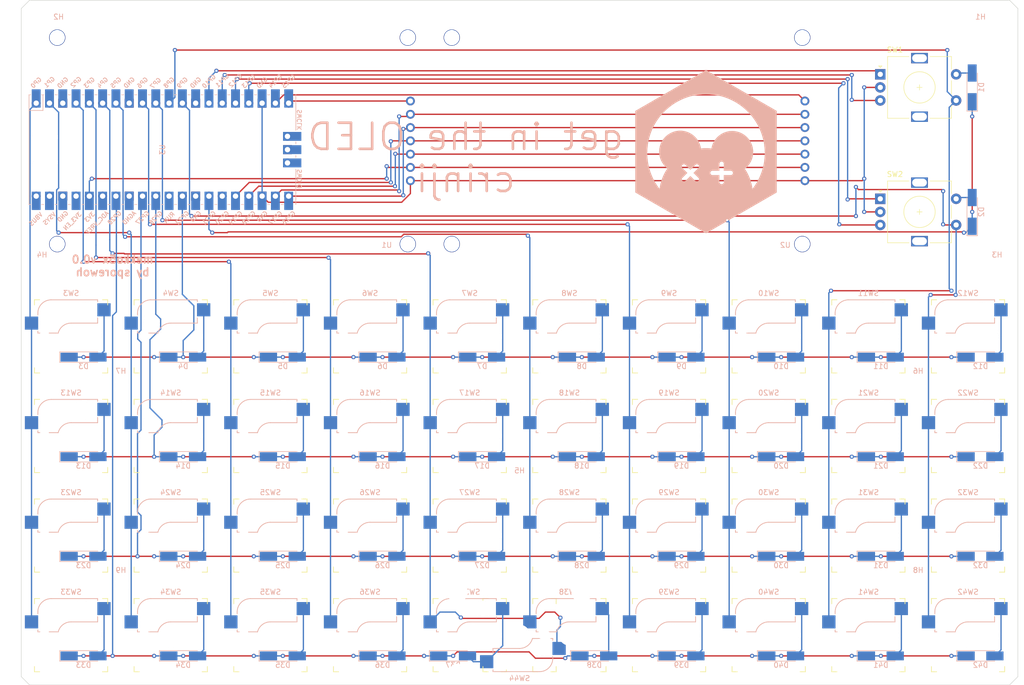
<source format=kicad_pcb>
(kicad_pcb (version 20211014) (generator pcbnew)
  (layers (0 "F.Cu" signal) (31 "B.Cu" signal) (34 "B.Paste" user) (35 "F.Paste" user) (36 "B.SilkS" user "B.Silkscreen") (37 "F.SilkS" user "F.Silkscreen") (38 "B.Mask" user) (39 "F.Mask" user) (44 "Edge.Cuts" user))
  (net 0 "")
  (net 1 "r1")
  (net 2 "Net-(D1-Pad2)")
  (net 3 "Net-(D2-Pad2)")
  (net 4 "r2")
  (net 5 "Net-(D3-Pad2)")
  (net 6 "Net-(D4-Pad2)")
  (net 7 "Net-(D5-Pad2)")
  (net 8 "Net-(D6-Pad2)")
  (net 9 "Net-(D7-Pad2)")
  (net 10 "Net-(D8-Pad2)")
  (net 11 "Net-(D9-Pad2)")
  (net 12 "Net-(D10-Pad2)")
  (net 13 "Net-(D11-Pad2)")
  (net 14 "Net-(D12-Pad2)")
  (net 15 "r3")
  (net 16 "Net-(D13-Pad2)")
  (net 17 "Net-(D14-Pad2)")
  (net 18 "Net-(D15-Pad2)")
  (net 19 "Net-(D16-Pad2)")
  (net 20 "Net-(D17-Pad2)")
  (net 21 "Net-(D18-Pad2)")
  (net 22 "Net-(D19-Pad2)")
  (net 23 "Net-(D20-Pad2)")
  (net 24 "Net-(D21-Pad2)")
  (net 25 "Net-(D22-Pad2)")
  (net 26 "r4")
  (net 27 "Net-(D23-Pad2)")
  (net 28 "Net-(D24-Pad2)")
  (net 29 "Net-(D25-Pad2)")
  (net 30 "Net-(D26-Pad2)")
  (net 31 "Net-(D27-Pad2)")
  (net 32 "Net-(D28-Pad2)")
  (net 33 "Net-(D29-Pad2)")
  (net 34 "Net-(D30-Pad2)")
  (net 35 "Net-(D31-Pad2)")
  (net 36 "Net-(D32-Pad2)")
  (net 37 "r5")
  (net 38 "Net-(D33-Pad2)")
  (net 39 "Net-(D34-Pad2)")
  (net 40 "Net-(D35-Pad2)")
  (net 41 "Net-(D36-Pad2)")
  (net 42 "Net-(D37-Pad2)")
  (net 43 "Net-(D38-Pad2)")
  (net 44 "Net-(D39-Pad2)")
  (net 45 "Net-(D40-Pad2)")
  (net 46 "Net-(D41-Pad2)")
  (net 47 "Net-(D42-Pad2)")
  (net 48 "a1")
  (net 49 "b1")
  (net 50 "gnd")
  (net 51 "c9")
  (net 52 "a2")
  (net 53 "b2")
  (net 54 "c10")
  (net 55 "c1")
  (net 56 "c2")
  (net 57 "c3")
  (net 58 "c4")
  (net 59 "c5")
  (net 60 "c6")
  (net 61 "c7")
  (net 62 "c8")
  (net 63 "3v3")
  (net 64 "sclk")
  (net 65 "sda")
  (net 66 "res")
  (net 67 "dc")
  (net 68 "cs1")
  (net 69 "cs2")
  (footprint "keyswitches:Kailh_socket_MX" (layer "F.Cu") (at 60.325 131.7625)
    (fp_text reference "SW35")
    (fp_text value "SW_SPST")
  )
  (footprint "keyswitches:Kailh_socket_MX" (layer "F.Cu") (at 79.375 112.7125)
    (fp_text reference "SW26")
    (fp_text value "SW_SPST")
  )
  (footprint "keyswitches:Kailh_socket_MX" (layer "F.Cu") (at 41.275 112.7125)
    (fp_text reference "SW24")
    (fp_text value "SW_SPST")
  )
  (footprint "keyswitches:Kailh_socket_MX" (layer "F.Cu") (at 193.675 93.6625)
    (fp_text reference "SW22")
    (fp_text value "SW_SPST")
  )
  (footprint "keyswitches:Kailh_socket_MX" (layer "F.Cu") (at 136.525 74.6125)
    (fp_text reference "SW9")
    (fp_text value "SW_SPST")
  )
  (footprint "keyswitches:Kailh_socket_MX" (layer "F.Cu") (at 117.475 93.6625)
    (fp_text reference "SW18")
    (fp_text value "SW_SPST")
  )
  (footprint "keyswitches:Kailh_socket_MX" (layer "F.Cu") (at 117.475 74.6125)
    (fp_text reference "SW8")
    (fp_text value "SW_SPST")
  )
  (footprint "keyswitches:Kailh_socket_MX" (layer "F.Cu") (at 193.675 112.7125)
    (fp_text reference "SW32")
    (fp_text value "SW_SPST")
  )
  (footprint "Rotary_Encoder:RotaryEncoder_Alps_EC11E-Switch_Vertical_H20mm" (layer "F.Cu") (at 176.9 24.4875)
    (fp_text reference "SW1")
    (fp_text value "RotaryEncoder_Switch")
  )
  (footprint "keyswitches:Kailh_socket_MX" (layer "F.Cu") (at 136.525 112.7125)
    (fp_text reference "SW29")
    (fp_text value "SW_SPST")
  )
  (footprint "keyswitches:Kailh_socket_MX" (layer "F.Cu") (at 174.625 93.6625)
    (fp_text reference "SW21")
    (fp_text value "SW_SPST")
  )
  (footprint "keyswitches:Kailh_socket_MX" (layer "F.Cu") (at 60.325 74.6125)
    (fp_text reference "SW5")
    (fp_text value "SW_SPST")
  )
  (footprint "keyswitches:Stabilizer_MX_2u" (layer "F.Cu") (at 107.95 131.7625 180)
    (fp_text reference "REF**" hide)
    (fp_text value "Stabilizer_MX_2u" hide)
  )
  (footprint "keyswitches:Kailh_socket_MX" (layer "F.Cu") (at 174.625 131.7625)
    (fp_text reference "SW41")
    (fp_text value "SW_SPST")
  )
  (footprint "keyswitches:Kailh_socket_MX" (layer "F.Cu") (at 22.225 74.6125)
    (fp_text reference "SW3")
    (fp_text value "SW_SPST")
  )
  (footprint "keyswitches:Kailh_socket_MX" (layer "F.Cu") (at 193.675 131.7625)
    (fp_text reference "SW42")
    (fp_text value "SW_SPST")
  )
  (footprint "keyswitches:Kailh_socket_MX" (layer "F.Cu") (at 41.275 131.7625)
    (fp_text reference "SW34")
    (fp_text value "SW_SPST")
  )
  (footprint "keyswitches:Kailh_socket_MX" (layer "F.Cu") (at 155.575 74.6125)
    (fp_text reference "SW10")
    (fp_text value "SW_SPST")
  )
  (footprint "keyswitches:Kailh_socket_MX" (layer "F.Cu") (at 155.575 112.7125)
    (fp_text reference "SW30")
    (fp_text value "SW_SPST")
  )
  (footprint "custom:2.4_inch_OLED" (layer "F.Cu") (at 163.9925 58.96125 180)
    (fp_text reference "U2")
    (fp_text value "SSD1309")
  )
  (footprint "keyswitches:Kailh_socket_MX" (layer "F.Cu") (at 79.375 131.7625)
    (fp_text reference "SW36")
    (fp_text value "SW_SPST")
  )
  (footprint "keyswitches:Kailh_socket_MX" (layer "F.Cu") (at 41.275 74.6125)
    (fp_text reference "SW4")
    (fp_text value "SW_SPST")
  )
  (footprint "keyswitches:Kailh_socket_MX" (layer "F.Cu") (at 174.625 112.7125)
    (fp_text reference "SW31")
    (fp_text value "SW_SPST")
  )
  (footprint "keyswitches:Kailh_socket_MX" (layer "F.Cu") (at 79.375 93.6625)
    (fp_text reference "SW16")
    (fp_text value "SW_SPST")
  )
  (footprint "keyswitches:Kailh_socket_MX" (layer "F.Cu") (at 22.225 131.7625)
    (fp_text reference "SW33")
    (fp_text value "SW_SPST")
  )
  (footprint "keyswitches:Kailh_socket_MX" (layer "F.Cu") (at 98.425 74.6125)
    (fp_text reference "SW7")
    (fp_text value "SW_SPST")
  )
  (footprint "keyswitches:Kailh_socket_MX" (layer "F.Cu") (at 107.95 131.7625 180)
    (fp_text reference "SW44")
    (fp_text value "SW_SPST")
  )
  (footprint "Rotary_Encoder:RotaryEncoder_Alps_EC11E-Switch_Vertical_H20mm" (layer "F.Cu") (at 176.9 48.3)
    (fp_text reference "SW2")
    (fp_text value "RotaryEncoder_Switch")
  )
  (footprint "keyswitches:Kailh_socket_MX" (layer "F.Cu") (at 98.425 131.7625)
    (fp_text reference "SW37")
    (fp_text value "SW_SPST")
  )
  (footprint "keyswitches:Kailh_socket_MX" (layer "F.Cu") (at 98.425 112.7125)
    (fp_text reference "SW27")
    (fp_text value "SW_SPST")
  )
  (footprint "keyswitches:Kailh_socket_MX" (layer "F.Cu") (at 174.625 74.6125)
    (fp_text reference "SW11")
    (fp_text value "SW_SPST")
  )
  (footprint "keyswitches:Kailh_socket_MX" (layer "F.Cu") (at 155.575 93.6625)
    (fp_text reference "SW20")
    (fp_text value "SW_SPST")
  )
  (footprint "keyswitches:Kailh_socket_MX" (layer "F.Cu") (at 60.325 93.6625)
    (fp_text reference "SW15")
    (fp_text value "SW_SPST")
  )
  (footprint "custom:2.4_inch_OLED" (layer "F.Cu") (at 88.58625 58.96125 180)
    (fp_text reference "U1")
    (fp_text value "SSD1309")
  )
  (footprint "keyswitches:Kailh_socket_MX" (layer "F.Cu") (at 117.475 131.7625)
    (fp_text reference "SW38")
    (fp_text value "SW_SPST")
  )
  (footprint "keyswitches:Kailh_socket_MX" (layer "F.Cu") (at 136.525 131.7625)
    (fp_text reference "SW39")
    (fp_text value "SW_SPST")
  )
  (footprint "keyswitches:Kailh_socket_MX" (layer "F.Cu") (at 136.525 93.6625)
    (fp_text reference "SW19")
    (fp_text value "SW_SPST")
  )
  (footprint "keyswitches:Kailh_socket_MX" (layer "F.Cu") (at 79.375 74.6125)
    (fp_text reference "SW6")
    (fp_text value "SW_SPST")
  )
  (footprint "keyswitches:Kailh_socket_MX" (layer "F.Cu") (at 22.225 93.6625)
    (fp_text reference "SW13")
    (fp_text value "SW_SPST")
  )
  (footprint "keyswitches:Kailh_socket_MX" (layer "F.Cu") (at 117.475 112.7125)
    (fp_text reference "SW28")
    (fp_text value "SW_SPST")
  )
  (footprint "keyswitches:Kailh_socket_MX" (layer "F.Cu") (at 60.325 112.7125)
    (fp_text reference "SW25")
    (fp_text value "SW_SPST")
  )
  (footprint "keyswitches:Kailh_socket_MX" (layer "F.Cu") (at 155.575 131.7625)
    (fp_text reference "SW40")
    (fp_text value "SW_SPST")
  )
  (footprint "keyswitches:Kailh_socket_MX" (layer "F.Cu") (at 98.425 93.6625)
    (fp_text reference "SW17")
    (fp_text value "SW_SPST")
  )
  (footprint "keyswitches:Kailh_socket_MX" (layer "F.Cu") (at 22.225 112.7125)
    (fp_text reference "SW23")
    (fp_text value "SW_SPST")
  )
  (footprint "keyswitches:Kailh_socket_MX" (layer "F.Cu") (at 41.275 93.6625)
    (fp_text reference "SW14")
    (fp_text value "SW_SPST")
  )
  (footprint "keyswitches:Kailh_socket_MX" (layer "F.Cu") (at 193.675 74.6125)
    (fp_text reference "SW12")
    (fp_text value "SW_SPST")
  )
  (footprint "MCU_RaspberryPi_and_Boards:RPi_Pico_SMD_TH" (layer "B.Cu") (at 39.6875 38.89375 -90)
    (fp_text reference "U3")
    (fp_text value "Pico")
  )
  (footprint "MountingHole:MountingHole_2.2mm_M2_DIN965" (layer "B.Cu") (at 199.23125 13.49375 180)
    (fp_text reference "H1")
    (fp_text value "MountingHole")
  )
  (footprint "Diode_SMD:D_MiniMELF_Handsoldering" (layer "B.Cu") (at 157.95625 78.58125)
    (fp_text reference "D10")
    (fp_text value "1N4148")
  )
  (footprint "Diode_SMD:D_MiniMELF_Handsoldering" (layer "B.Cu") (at 157.95625 116.68125)
    (fp_text reference "D30")
    (fp_text value "1N4148")
  )
  (footprint "Diode_SMD:D_MiniMELF_Handsoldering" (layer "B.Cu") (at 196.05625 97.63125)
    (fp_text reference "D22")
    (fp_text value "1N4148")
  )
  (footprint "MountingHole:MountingHole_2.2mm_M2_DIN965" (layer "B.Cu") (at 16.66875 13.49375 180)
    (fp_text reference "H2")
    (fp_text value "MountingHole")
  )
  (footprint "Diode_SMD:D_MiniMELF_Handsoldering" (layer "B.Cu") (at 43.65625 97.63125)
    (fp_text reference "D14")
    (fp_text value "1N4148")
  )
  (footprint "Diode_SMD:D_MiniMELF_Handsoldering" (layer "B.Cu") (at 62.70625 97.63125)
    (fp_text reference "D15")
    (fp_text value "1N4148")
  )
  (footprint "Diode_SMD:D_MiniMELF_Handsoldering" (layer "B.Cu") (at 177.00625 97.63125)
    (fp_text reference "D21")
    (fp_text value "1N4148")
  )
  (footprint "Diode_SMD:D_MiniMELF_Handsoldering" (layer "B.Cu") (at 194.46875 26.9875 90)
    (fp_text reference "D1")
    (fp_text value "1N4148")
  )
  (footprint "MountingHole:MountingHole_2.2mm_M2_DIN965" (layer "B.Cu") (at 199.23125 61.9125 180)
    (fp_text reference "H3")
    (fp_text value "MountingHole")
  )
  (footprint "Diode_SMD:D_MiniMELF_Handsoldering" (layer "B.Cu") (at 100.80625 78.58125)
    (fp_text reference "D7")
    (fp_text value "1N4148")
  )
  (footprint "Diode_SMD:D_MiniMELF_Handsoldering" (layer "B.Cu") (at 138.90625 116.68125)
    (fp_text reference "D29")
    (fp_text value "1N4148")
  )
  (footprint "Diode_SMD:D_MiniMELF_Handsoldering" (layer "B.Cu") (at 95.25 135.73125)
    (fp_text reference "D37")
    (fp_text value "1N4148")
  )
  (footprint "MountingHole:MountingHole_2.2mm_M2_DIN965" (layer "B.Cu") (at 31.75 122.2375 180)
    (fp_text reference "H9")
    (fp_text value "MountingHole")
  )
  (footprint "Diode_SMD:D_MiniMELF_Handsoldering" (layer "B.Cu") (at 196.05625 116.68125)
    (fp_text reference "D32")
    (fp_text value "1N4148")
  )
  (footprint "Diode_SMD:D_MiniMELF_Handsoldering" (layer "B.Cu") (at 138.90625 97.63125)
    (fp_text reference "D19")
    (fp_text value "1N4148")
  )
  (footprint "Diode_SMD:D_MiniMELF_Handsoldering" (layer "B.Cu") (at 24.60625 78.58125)
    (fp_text reference "D3")
    (fp_text value "1N4148")
  )
  (footprint "Diode_SMD:D_MiniMELF_Handsoldering" (layer "B.Cu") (at 138.90625 135.73125)
    (fp_text reference "D39")
    (fp_text value "1N4148")
  )
  (footprint "Diode_SMD:D_MiniMELF_Handsoldering" (layer "B.Cu") (at 81.75625 78.58125)
    (fp_text reference "D6")
    (fp_text value "1N4148")
  )
  (footprint "Diode_SMD:D_MiniMELF_Handsoldering" (layer "B.Cu") (at 62.70625 78.58125)
    (fp_text reference "D5")
    (fp_text value "1N4148")
  )
  (footprint "MountingHole:MountingHole_2.2mm_M2_DIN965" (layer "B.Cu") (at 16.66875 61.9125 180)
    (fp_text reference "H4")
    (fp_text value "MountingHole")
  )
  (footprint "Diode_SMD:D_MiniMELF_Handsoldering" (layer "B.Cu") (at 157.95625 135.73125)
    (fp_text reference "D40")
    (fp_text value "1N4148")
  )
  (footprint "MountingHole:MountingHole_2.2mm_M2_DIN965" (layer "B.Cu") (at 184.15 122.2375 180)
    (fp_text reference "H8")
    (fp_text value "MountingHole")
  )
  (footprint "Diode_SMD:D_MiniMELF_Handsoldering" (layer "B.Cu") (at 100.80625 116.68125)
    (fp_text reference "D27")
    (fp_text value "1N4148")
  )
  (footprint "Diode_SMD:D_MiniMELF_Handsoldering" (layer "B.Cu") (at 62.70625 116.68125)
    (fp_text reference "D25")
    (fp_text value "1N4148")
  )
  (footprint "MountingHole:MountingHole_2.2mm_M2_DIN965" (layer "B.Cu") (at 107.95 103.1875 180)
    (fp_text reference "H5")
    (fp_text value "MountingHole")
  )
  (footprint "Diode_SMD:D_MiniMELF_Handsoldering" (layer "B.Cu") (at 177.00625 135.73125)
    (fp_text reference "D41")
    (fp_text value "1N4148")
  )
  (footprint "Diode_SMD:D_MiniMELF_Handsoldering" (layer "B.Cu") (at 119.85625 116.68125)
    (fp_text reference "D28")
    (fp_text value "1N4148")
  )
  (footprint "Diode_SMD:D_MiniMELF_Handsoldering" (layer "B.Cu") (at 177.00625 78.58125)
    (fp_text reference "D11")
    (fp_text value "1N4148")
  )
  (footprint "MountingHole:MountingHole_2.2mm_M2_DIN965" (layer "B.Cu") (at 31.75 84.1375 180)
    (fp_text reference "H7")
    (fp_text value "MountingHole")
  )
  (footprint "Diode_SMD:D_MiniMELF_Handsoldering" (layer "B.Cu") (at 24.60625 135.73125)
    (fp_text reference "D33")
    (fp_text value "1N4148")
  )
  (footprint "Diode_SMD:D_MiniMELF_Handsoldering" (layer "B.Cu") (at 196.05625 135.73125)
    (fp_text reference "D42")
    (fp_text value "1N4148")
  )
  (footprint "Diode_SMD:D_MiniMELF_Handsoldering" (layer "B.Cu") (at 119.85625 78.58125)
    (fp_text reference "D8")
    (fp_text value "1N4148")
  )
  (footprint "Diode_SMD:D_MiniMELF_Handsoldering" (layer "B.Cu") (at 43.65625 135.73125)
    (fp_text reference "D34")
    (fp_text value "1N4148")
  )
  (footprint "Diode_SMD:D_MiniMELF_Handsoldering" (layer "B.Cu") (at 157.95625 97.63125)
    (fp_text reference "D20")
    (fp_text value "1N4148")
  )
  (footprint "Diode_SMD:D_MiniMELF_Handsoldering" (layer "B.Cu") (at 100.80625 97.63125)
    (fp_text reference "D17")
    (fp_text value "1N4148")
  )
  (footprint "Diode_SMD:D_MiniMELF_Handsoldering" (layer "B.Cu") (at 194.46875 50.8 90)
    (fp_text reference "D2")
    (fp_text value "1N4148")
  )
  (footprint "Diode_SMD:D_MiniMELF_Handsoldering" (layer "B.Cu") (at 62.70625 135.73125)
    (fp_text reference "D35")
    (fp_text value "1N4148")
  )
  (footprint "Diode_SMD:D_MiniMELF_Handsoldering" (layer "B.Cu") (at 24.60625 116.68125)
    (fp_text reference "D23")
    (fp_text value "1N4148")
  )
  (footprint "Diode_SMD:D_MiniMELF_Handsoldering" (layer "B.Cu") (at 196.05625 78.58125)
    (fp_text reference "D12")
    (fp_text value "1N4148")
  )
  (footprint "Diode_SMD:D_MiniMELF_Handsoldering" (layer "B.Cu") (at 177.00625 116.68125)
    (fp_text reference "D31")
    (fp_text value "1N4148")
  )
  (footprint "Diode_SMD:D_MiniMELF_Handsoldering" (layer "B.Cu") (at 138.90625 78.58125)
    (fp_text reference "D9")
    (fp_text value "1N4148")
  )
  (footprint "Diode_SMD:D_MiniMELF_Handsoldering" (layer "B.Cu") (at 81.75625 97.63125)
    (fp_text reference "D16")
    (fp_text value "1N4148")
  )
  (footprint "Diode_SMD:D_MiniMELF_Handsoldering" (layer "B.Cu") (at 119.85625 97.63125)
    (fp_text reference "D18")
    (fp_text value "1N4148")
  )
  (footprint "Diode_SMD:D_MiniMELF_Handsoldering" (layer "B.Cu") (at 81.75625 135.73125)
    (fp_text reference "D36")
    (fp_text value "1N4148")
  )
  (footprint "Diode_SMD:D_MiniMELF_Handsoldering" (layer "B.Cu") (at 81.75625 116.68125)
    (fp_text reference "D26")
    (fp_text value "1N4148")
  )
  (footprint "Diode_SMD:D_MiniMELF_Handsoldering" (layer "B.Cu") (at 43.65625 116.68125)
    (fp_text reference "D24")
    (fp_text value "1N4148")
  )
  (footprint "Diode_SMD:D_MiniMELF_Handsoldering" (layer "B.Cu") (at 24.60625 97.63125)
    (fp_text reference "D13")
    (fp_text value "1N4148")
  )
  (footprint "Diode_SMD:D_MiniMELF_Handsoldering" (layer "B.Cu") (at 43.65625 78.58125)
    (fp_text reference "D4")
    (fp_text value "1N4148")
  )
  (footprint "Diode_SMD:D_MiniMELF_Handsoldering" (layer "B.Cu") (at 122.2375 135.73125)
    (fp_text reference "D38")
    (fp_text value "1N4148")
  )
  (footprint "MountingHole:MountingHole_2.2mm_M2_DIN965" (layer "B.Cu") (at 184.15 84.1375 180)
    (fp_text reference "H6")
    (fp_text value "MountingHole")
  )
  (gr_poly (pts (xy 130.08518 31.490692) (xy 130.085173 47.084667) (xy 143.589952 54.881649) (xy 157.094715 47.084671) (xy 157.094718 39.529773) (xy 154.826082 39.529773) (xy 154.815823 40.013916) (xy 154.785323 40.492848) (xy 154.734995 40.966155) (xy 154.665256 41.433422) (xy 154.57652 41.894235) (xy 154.469202 42.348179) (xy 154.343716 42.794839) (xy 154.200478 43.2338) (xy 154.039901 43.664648) (xy 153.862402 44.086967) (xy 153.668394 44.500343) (xy 153.458293 44.904361) (xy 153.232513 45.298607) (xy 152.99147 45.682665) (xy 152.735577 46.056121) (xy 152.46525 46.41856) (xy 152.427028 46.153796) (xy 152.381128 45.891584) (xy 152.32767 45.63204) (xy 152.266771 45.375284) (xy 152.198549 45.121433) (xy 152.123124 44.870607) (xy 152.040614 44.622924) (xy 151.951137 44.378502) (xy 151.854812 44.13746) (xy 151.751756 43.899915) (xy 151.642088 43.665987) (xy 151.525928 43.435793) (xy 151.478241 43.347709) (xy 148.745733 43.347709) (xy 148.745209 43.368935) (xy 148.743655 43.389891) (xy 148.741094 43.410553) (xy 148.737551 43.430896) (xy 148.733052 43.450894) (xy 148.72762 43.470524) (xy 148.721281 43.489761) (xy 148.714059 43.50858) (xy 148.705979 43.526957) (xy 148.697066 43.544866) (xy 148.687343 43.562284) (xy 148.676837 43.579184) (xy 148.665571 43.595543) (xy 148.653571 43.611337) (xy 148.64086 43.626539) (xy 148.627465 43.641126) (xy 148.613408 43.655073) (xy 148.598716 43.668356) (xy 148.583413 43.680949) (xy 148.567522 43.692827) (xy 148.551071 43.703967) (xy 148.534082 43.714343) (xy 148.51658 43.723932) (xy 148.498591 43.732707) (xy 148.480138 43.740644) (xy 148.461247 43.74772) (xy 148.441943 43.753908) (xy 148.422249 43.759185) (xy 148.402191 43.763525) (xy 148.381794 43.766904) (xy 148.361081 43.769298) (xy 148.340078 43.770681) (xy 148.340078 43.771044) (xy 146.996454 43.771044) (xy 146.996454 45.114664) (xy 146.996096 45.114664) (xy 146.994712 45.135667) (xy 146.992319 45.15638) (xy 146.988939 45.176778) (xy 146.984599 45.196836) (xy 146.979322 45.21653) (xy 146.973134 45.235834) (xy 146.966058 45.254725) (xy 146.958121 45.273178) (xy 146.949346 45.291167) (xy 146.939757 45.308669) (xy 146.929381 45.325658) (xy 146.918241 45.34211) (xy 146.906362 45.358) (xy 146.893769 45.373303) (xy 146.880487 45.387995) (xy 146.86654 45.402052) (xy 146.851953 45.415447) (xy 146.83675 45.428158) (xy 146.820957 45.440158) (xy 146.804597 45.451424) (xy 146.787696 45.46193) (xy 146.770279 45.471652) (xy 146.75237 45.480565) (xy 146.733993 45.488645) (xy 146.715174 45.495867) (xy 146.695937 45.502206) (xy 146.676307 45.507638) (xy 146.656308 45.512137) (xy 146.635966 45.51568) (xy 146.615304 45.51824) (xy 146.594348 45.519795) (xy 146.573122 45.520319) (xy 146.551897 45.519795) (xy 146.530941 45.51824) (xy 146.51028 45.51568) (xy 146.489938 45.512137) (xy 146.46994 45.507638) (xy 146.45031 45.502206) (xy 146.431074 45.495867) (xy 146.412255 45.488645) (xy 146.393879 45.480565) (xy 146.37597 45.471652) (xy 146.358553 45.46193) (xy 146.341652 45.451424) (xy 146.325293 45.440158) (xy 146.3095 45.428158) (xy 146.294298 45.415447) (xy 146.279711 45.402052) (xy 146.265764 45.387995) (xy 146.252481 45.373303) (xy 146.239889 45.358) (xy 146.22801 45.34211) (xy 146.21687 45.325658) (xy 146.206494 45.308669) (xy 146.196906 45.291167) (xy 146.18813 45.273178) (xy 146.180193 45.254725) (xy 146.173118 45.235834) (xy 146.166929 45.21653) (xy 146.161652 45.196836) (xy 146.157312 45.176778) (xy 146.153933 45.15638) (xy 146.151539 45.135667) (xy 146.150156 45.114664) (xy 146.149793 45.114664) (xy 146.149793 44.592877) (xy 142.266887 44.592877) (xy 142.266045 44.612664) (xy 142.264282 44.632402) (xy 142.2616 44.652055) (xy 142.257999 44.671589) (xy 142.253477 44.690968) (xy 142.248036 44.710159) (xy 142.241675 44.729125) (xy 142.234395 44.747833) (xy 142.226194 44.766246) (xy 142.217074 44.784331) (xy 142.207034 44.802052) (xy 142.196074 44.819375) (xy 142.184195 44.836264) (xy 142.171395 44.852685) (xy 142.157676 44.868602) (xy 142.143038 44.883981) (xy 142.127659 44.89862) (xy 142.111741 44.912339) (xy 142.09532 44.925138) (xy 142.078431 44.937017) (xy 142.061109 44.947976) (xy 142.043387 44.958016) (xy 142.025302 44.967136) (xy 142.006889 44.975336) (xy 141.988181 44.982617) (xy 141.969214 44.988978) (xy 141.950024 44.994419) (xy 141.930644 44.99894) (xy 141.91111 45.002542) (xy 141.891457 45.005224) (xy 141.87172 45.006986) (xy 141.851933 45.007828) (xy 141.832131 45.007751) (xy 141.81235 45.006753) (xy 141.792625 45.004837) (xy 141.772989 45.002) (xy 141.753479 44.998244) (xy 141.734129 44.993568) (xy 141.714973 44.987972) (xy 141.696048 44.981456) (xy 141.677388 44.974021) (xy 141.659027 44.965666) (xy 141.641001 44.956391) (xy 141.623344 44.946196) (xy 141.606092 44.935082) (xy 141.589279 44.923048) (xy 141.572941 44.910094) (xy 141.557112 44.896221) (xy 141.557046 44.896286) (xy 141.556982 44.896351) (xy 141.556856 44.89648) (xy 140.606768 43.946398) (xy 139.669184 44.883981) (xy 139.656687 44.89648) (xy 139.656621 44.896416) (xy 139.656556 44.896351) (xy 139.656492 44.896286) (xy 139.656461 44.896253) (xy 139.656431 44.896221) (xy 139.640601 44.910094) (xy 139.624262 44.923048) (xy 139.607449 44.935082) (xy 139.590196 44.946196) (xy 139.572539 44.956391) (xy 139.554513 44.965666) (xy 139.536152 44.974021) (xy 139.517491 44.981456) (xy 139.498565 44.987972) (xy 139.47941 44.993568) (xy 139.460059 44.998244) (xy 139.440549 45.002) (xy 139.420913 45.004837) (xy 139.401188 45.006753) (xy 139.381406 45.007751) (xy 139.361605 45.007828) (xy 139.341818 45.006986) (xy 139.322081 45.005224) (xy 139.302428 45.002542) (xy 139.282894 44.99894) (xy 139.263514 44.994419) (xy 139.244324 44.988978) (xy 139.225357 44.982617) (xy 139.20665 44.975336) (xy 139.188236 44.967136) (xy 139.170151 44.958016) (xy 139.15243 44.947976) (xy 139.135107 44.937017) (xy 139.118218 44.925138) (xy 139.101798 44.912339) (xy 139.08588 44.89862) (xy 139.070501 44.883981) (xy 139.055863 44.868602) (xy 139.042144 44.852685) (xy 139.029345 44.836264) (xy 139.017466 44.819375) (xy 139.006506 44.802052) (xy 138.996466 44.784331) (xy 138.987346 44.766246) (xy 138.979146 44.747833) (xy 138.971865 44.729125) (xy 138.965504 44.710159) (xy 138.960063 44.690968) (xy 138.955542 44.671589) (xy 138.95194 44.652055) (xy 138.949258 44.632402) (xy 138.947496 44.612664) (xy 138.946654 44.592877) (xy 138.946731 44.573076) (xy 138.947728 44.553295) (xy 138.949645 44.533569) (xy 138.952481 44.513934) (xy 138.956238 44.494424) (xy 138.960914 44.475073) (xy 138.966509 44.455918) (xy 138.973025 44.436993) (xy 138.98046 44.418332) (xy 138.988815 44.399971) (xy 138.99809 44.381945) (xy 139.008284 44.364288) (xy 139.019399 44.347036) (xy 139.031433 44.330223) (xy 139.044386 44.313885) (xy 139.05826 44.298055) (xy 139.058 44.297796) (xy 139.070501 44.285297) (xy 140.008089 43.347713) (xy 139.070501 42.410129) (xy 139.058 42.39763) (xy 139.058066 42.397564) (xy 139.05813 42.397499) (xy 139.058195 42.397435) (xy 139.05826 42.397371) (xy 139.044386 42.381542) (xy 139.031433 42.365203) (xy 139.019399 42.34839) (xy 139.008284 42.331138) (xy 138.99809 42.313481) (xy 138.988815 42.295455) (xy 138.98046 42.277094) (xy 138.973025 42.258434) (xy 138.966509 42.239508) (xy 138.960914 42.220353) (xy 138.956238 42.201003) (xy 138.952481 42.181493) (xy 138.949645 42.161857) (xy 138.947728 42.142131) (xy 138.946731 42.12235) (xy 138.946654 42.102549) (xy 138.947496 42.082762) (xy 138.949258 42.063025) (xy 138.95194 42.043372) (xy 138.955542 42.023838) (xy 138.960063 42.004458) (xy 138.965504 41.985268) (xy 138.971865 41.966301) (xy 138.979146 41.947594) (xy 138.987346 41.92918) (xy 138.996466 41.911095) (xy 139.006506 41.893374) (xy 139.017466 41.876051) (xy 139.029345 41.859162) (xy 139.042144 41.842741) (xy 139.055863 41.826824) (xy 139.070501 41.811445) (xy 139.085881 41.796806) (xy 139.101798 41.783087) (xy 139.118219 41.770288) (xy 139.135109 41.758408) (xy 139.152431 41.747449) (xy 139.170153 41.737409) (xy 139.188238 41.728288) (xy 139.206651 41.720088) (xy 139.225359 41.712807) (xy 139.244325 41.706446) (xy 139.263516 41.701005) (xy 139.282896 41.696484) (xy 139.302429 41.692882) (xy 139.322082 41.6902) (xy 139.34182 41.688438) (xy 139.361606 41.687596) (xy 139.381408 41.687673) (xy 139.401189 41.68867) (xy 139.420914 41.690587) (xy 139.44055 41.693423) (xy 139.46006 41.697179) (xy 139.47941 41.701855) (xy 139.498566 41.707451) (xy 139.517491 41.713967) (xy 139.536152 41.721402) (xy 139.554513 41.729757) (xy 139.57254 41.739031) (xy 139.590197 41.749225) (xy 139.607449 41.760339) (xy 139.624262 41.772373) (xy 139.640601 41.785327) (xy 139.656431 41.7992) (xy 139.656558 41.799071) (xy 139.65659 41.799039) (xy 139.656623 41.799006) (xy 139.656656 41.798974) (xy 139.65669 41.798942) (xy 139.668814 41.811075) (xy 139.668907 41.811168) (xy 139.668998 41.81126) (xy 139.66918 41.811445) (xy 140.606768 42.749029) (xy 141.544351 41.811441) (xy 141.556856 41.798942) (xy 141.557112 41.7992) (xy 141.572941 41.785326) (xy 141.589279 41.772373) (xy 141.606092 41.760339) (xy 141.623344 41.749224) (xy 141.641001 41.73903) (xy 141.659027 41.729755) (xy 141.677388 41.7214) (xy 141.696048 41.713965) (xy 141.714973 41.707449) (xy 141.734129 41.701854) (xy 141.753479 41.697178) (xy 141.772989 41.693421) (xy 141.792625 41.690585) (xy 141.81235 41.688668) (xy 141.832131 41.687671) (xy 141.851933 41.687594) (xy 141.87172 41.688436) (xy 141.891457 41.690198) (xy 141.91111 41.69288) (xy 141.930644 41.696482) (xy 141.950024 41.701003) (xy 141.969214 41.706444) (xy 141.988181 41.712805) (xy 142.006889 41.720086) (xy 142.025302 41.728286) (xy 142.043387 41.737406) (xy 142.061109 41.747446) (xy 142.078431 41.758406) (xy 142.09532 41.770285) (xy 142.111741 41.783084) (xy 142.127659 41.796803) (xy 142.143038 41.811441) (xy 142.157676 41.826821) (xy 142.171395 41.842738) (xy 142.184195 41.859159) (xy 142.196074 41.876049) (xy 142.207034 41.893371) (xy 142.217074 41.911093) (xy 142.226194 41.929178) (xy 142.234395 41.947592) (xy 142.241675 41.966299) (xy 142.248036 41.985266) (xy 142.253477 42.004456) (xy 142.257999 42.023836) (xy 142.2616 42.04337) (xy 142.264282 42.063023) (xy 142.266045 42.08276) (xy 142.266887 42.102547) (xy 142.26681 42.122349) (xy 142.265813 42.14213) (xy 142.263896 42.161855) (xy 142.261059 42.181491) (xy 142.257303 42.201001) (xy 142.252627 42.220351) (xy 142.247032 42.239507) (xy 142.240516 42.258432) (xy 142.233081 42.277093) (xy 142.224726 42.295454) (xy 142.215452 42.31348) (xy 142.205257 42.331137) (xy 142.194143 42.348389) (xy 142.182109 42.365203) (xy 142.169156 42.381541) (xy 142.155283 42.397371) (xy 142.155538 42.397627) (xy 142.143038 42.410125) (xy 141.205454 43.347713) (xy 142.155535 44.297796) (xy 142.155283 44.298055) (xy 142.169156 44.313885) (xy 142.182109 44.330223) (xy 142.194143 44.347036) (xy 142.205257 44.364288) (xy 142.215452 44.381945) (xy 142.224726 44.399971) (xy 142.233081 44.418332) (xy 142.240516 44.436993) (xy 142.247032 44.455918) (xy 142.252627 44.475073) (xy 142.257303 44.494424) (xy 142.261059 44.513934) (xy 142.263896 44.533569) (xy 142.265813 44.553295) (xy 142.26681 44.573076) (xy 142.266887 44.592877) (xy 146.149793 44.592877) (xy 146.149793 43.771044) (xy 144.806169 43.771044) (xy 144.806169 43.770681) (xy 144.785167 43.769298) (xy 144.764454 43.766904) (xy 144.744056 43.763525) (xy 144.723998 43.759185) (xy 144.704305 43.753908) (xy 144.685 43.74772) (xy 144.666109 43.740644) (xy 144.647657 43.732707) (xy 144.629668 43.723932) (xy 144.612166 43.714343) (xy 144.595177 43.703967) (xy 144.578725 43.692827) (xy 144.562835 43.680949) (xy 144.547532 43.668356) (xy 144.532839 43.655073) (xy 144.518783 43.641126) (xy 144.505387 43.626539) (xy 144.492677 43.611337) (xy 144.480676 43.595543) (xy 144.469411 43.579184) (xy 144.458904 43.562284) (xy 144.449182 43.544866) (xy 144.440269 43.526957) (xy 144.432188 43.50858) (xy 144.424966 43.489761) (xy 144.418627 43.470524) (xy 144.413196 43.450894) (xy 144.408696 43.430896) (xy 144.405154 43.410553) (xy 144.402593 43.389891) (xy 144.401038 43.368935) (xy 144.400514 43.347709) (xy 144.401038 43.326484) (xy 144.402593 43.305527) (xy 144.405154 43.284866) (xy 144.408696 43.264523) (xy 144.413196 43.244525) (xy 144.418627 43.224894) (xy 144.424966 43.205657) (xy 144.432188 43.186838) (xy 144.440269 43.168462) (xy 144.449182 43.150553) (xy 144.458904 43.133135) (xy 144.469411 43.116235) (xy 144.480676 43.099875) (xy 144.492677 43.084082) (xy 144.505387 43.06888) (xy 144.518783 43.054292) (xy 144.532839 43.040345) (xy 144.547532 43.027063) (xy 144.562835 43.01447) (xy 144.578725 43.002592) (xy 144.595177 42.991452) (xy 144.612166 42.981075) (xy 144.629668 42.971487) (xy 144.647657 42.962712) (xy 144.666109 42.954774) (xy 144.685 42.947699) (xy 144.704305 42.941511) (xy 144.723998 42.936234) (xy 144.744056 42.931894) (xy 144.764454 42.928514) (xy 144.785167 42.926121) (xy 144.806169 42.924738) (xy 144.806169 42.924379) (xy 144.823324 42.924383) (xy 146.149793 42.924383) (xy 146.149793 41.580755) (xy 146.150152 41.580755) (xy 146.151535 41.559752) (xy 146.153929 41.53904) (xy 146.157308 41.518642) (xy 146.161649 41.498584) (xy 146.166926 41.47889) (xy 146.173114 41.459586) (xy 146.18019 41.440695) (xy 146.188127 41.422242) (xy 146.196903 41.404253) (xy 146.206491 41.386751) (xy 146.216867 41.369762) (xy 146.228007 41.35331) (xy 146.239886 41.33742) (xy 146.252479 41.322116) (xy 146.265762 41.307424) (xy 146.279709 41.293368) (xy 146.294296 41.279972) (xy 146.309499 41.267261) (xy 146.325292 41.255261) (xy 146.341651 41.243995) (xy 146.358552 41.233489) (xy 146.375969 41.223766) (xy 146.393878 41.214853) (xy 146.412254 41.206772) (xy 146.431073 41.19955) (xy 146.45031 41.193211) (xy 146.46994 41.18778) (xy 146.489938 41.18328) (xy 146.51028 41.179738) (xy 146.530941 41.177177) (xy 146.551897 41.175622) (xy 146.573122 41.175098) (xy 146.594348 41.175622) (xy 146.615304 41.177177) (xy 146.635966 41.179738) (xy 146.656308 41.18328) (xy 146.676307 41.18778) (xy 146.695937 41.193211) (xy 146.715174 41.19955) (xy 146.733993 41.206772) (xy 146.75237 41.214853) (xy 146.770279 41.223766) (xy 146.787696 41.233489) (xy 146.804597 41.243995) (xy 146.820957 41.255261) (xy 146.83675 41.267261) (xy 146.851953 41.279972) (xy 146.86654 41.293368) (xy 146.880487 41.307424) (xy 146.893769 41.322116) (xy 146.906362 41.33742) (xy 146.918241 41.35331) (xy 146.929381 41.369762) (xy 146.939757 41.386751) (xy 146.949346 41.404253) (xy 146.958121 41.422242) (xy 146.966058 41.440695) (xy 146.973134 41.459586) (xy 146.979322 41.47889) (xy 146.984599 41.498584) (xy 146.988939 41.518642) (xy 146.992319 41.53904) (xy 146.994712 41.559752) (xy 146.996096 41.580755) (xy 146.996454 41.580755) (xy 146.996454 42.924379) (xy 148.340078 42.924379) (xy 148.340078 42.924742) (xy 148.361081 42.926125) (xy 148.381794 42.928518) (xy 148.402192 42.931898) (xy 148.42225 42.936238) (xy 148.441944 42.941515) (xy 148.461249 42.947703) (xy 148.48014 42.954778) (xy 148.498592 42.962716) (xy 148.516582 42.971491) (xy 148.534083 42.981079) (xy 148.551072 42.991455) (xy 148.567524 43.002595) (xy 148.583414 43.014474) (xy 148.598718 43.027067) (xy 148.61341 43.040349) (xy 148.627466 43.054296) (xy 148.640862 43.068883) (xy 148.653572 43.084085) (xy 148.665572 43.099878) (xy 148.676838 43.116238) (xy 148.687344 43.133138) (xy 148.697066 43.150555) (xy 148.70598 43.168464) (xy 148.71406 43.186841) (xy 148.721282 43.205659) (xy 148.727621 43.224896) (xy 148.733052 43.244526) (xy 148.737551 43.264524) (xy 148.741094 43.284867) (xy 148.743655 43.305528) (xy 148.745209 43.326484) (xy 148.745733 43.347709) (xy 151.478241 43.347709) (xy 151.403392 43.209453) (xy 151.2746 42.987084) (xy 151.13967 42.768805) (xy 150.99872 42.554735) (xy 151.176898 42.412436) (xy 151.346613 42.26044) (xy 151.507447 42.099164) (xy 151.658981 41.929028) (xy 151.800796 41.750448) (xy 151.932475 41.563845) (xy 152.053599 41.369636) (xy 152.16375 41.168239) (xy 152.262508 40.960074) (xy 152.349456 40.745558) (xy 152.424176 40.52511) (xy 152.486248 40.299148) (xy 152.535255 40.068092) (xy 152.570778 39.832358) (xy 152.592399 39.592366) (xy 152.599699 39.348533) (xy 152.599699 39.348534) (xy 152.599699 39.348535) (xy 152.5997 39.348535) (xy 152.599701 39.348535) (xy 152.594477 39.14219) (xy 152.578976 38.938543) (xy 152.553449 38.737845) (xy 152.518149 38.540351) (xy 152.473329 38.346311) (xy 152.419241 38.15598) (xy 152.356139 37.96961) (xy 152.284275 37.787453) (xy 152.203901 37.609763) (xy 152.115271 37.436791) (xy 152.018637 37.268791) (xy 151.914251 37.106016) (xy 151.802367 36.948717) (xy 151.683237 36.797148) (xy 151.557114 36.651562) (xy 151.424251 36.512211) (xy 151.284899 36.379347) (xy 151.139313 36.253224) (xy 150.987744 36.134094) (xy 150.830445 36.02221) (xy 150.66767 35.917825) (xy 150.49967 35.821191) (xy 150.326698 35.73256) (xy 150.149008 35.652187) (xy 149.966851 35.580323) (xy 149.780481 35.51722) (xy 149.59015 35.463133) (xy 149.396111 35.418313) (xy 149.198616 35.383013) (xy 148.997919 35.357486) (xy 148.794272 35.341985) (xy 148.587927 35.336761) (xy 148.402526 35.340976) (xy 148.219279 35.353499) (xy 148.038369 35.374146) (xy 147.859979 35.402735) (xy 147.684292 35.439083) (xy 147.511491 35.483007) (xy 147.341758 35.534324) (xy 147.175277 35.592851) (xy 147.012231 35.658405) (xy 146.852802 35.730803) (xy 146.697173 35.809863) (xy 146.545528 35.895401) (xy 146.398049 35.987234) (xy 146.254919 36.08518) (xy 146.116322 36.189055) (xy 145.98244 36.298677) (xy 145.853456 36.413862) (xy 145.729553 36.534428) (xy 145.610914 36.660192) (xy 145.497721 36.79097) (xy 145.390159 36.926581) (xy 145.28841 37.06684) (xy 145.192656 37.211565) (xy 145.103081 37.360573) (xy 145.019867 37.513682) (xy 144.943198 37.670707) (xy 144.873257 37.831467) (xy 144.810226 37.995778) (xy 144.754288 38.163457) (xy 144.705627 38.334322) (xy 144.664425 38.508189) (xy 144.630865 38.684875) (xy 144.502531 38.670925) (xy 144.373662 38.658793) (xy 144.244271 38.648491) (xy 144.114372 38.640033) (xy 143.983977 38.633431) (xy 143.853099 38.6287) (xy 143.721752 38.625851) (xy 143.589949 38.624899) (xy 143.589945 38.624899) (xy 143.467038 38.625727) (xy 143.344527 38.628204) (xy 143.222422 38.63232) (xy 143.100734 38.638064) (xy 142.979474 38.645425) (xy 142.858652 38.654394) (xy 142.738278 38.664958) (xy 142.618364 38.677109) (xy 142.586786 38.49798) (xy 142.54737 38.321671) (xy 142.500302 38.148368) (xy 142.445773 37.97826) (xy 142.383969 37.811534) (xy 142.315078 37.648379) (xy 142.23929 37.488983) (xy 142.156791 37.333535) (xy 142.06777 37.182221) (xy 141.972416 37.03523) (xy 141.870915 36.892751) (xy 141.763457 36.754971) (xy 141.650229 36.622079) (xy 141.531419 36.494262) (xy 141.407216 36.371709) (xy 141.277808 36.254608) (xy 141.143382 36.143146) (xy 141.004127 36.037512) (xy 140.860231 35.937895) (xy 140.711882 35.844481) (xy 140.559268 35.75746) (xy 140.402577 35.677019) (xy 140.241997 35.603346) (xy 140.077717 35.53663) (xy 139.909924 35.477058) (xy 139.738806 35.424819) (xy 139.564552 35.380101) (xy 139.38735 35.343091) (xy 139.207387 35.313979) (xy 139.024852 35.292951) (xy 138.839933 35.280197) (xy 138.652819 35.275903) (xy 138.446474 35.281127) (xy 138.242827 35.296628) (xy 138.042129 35.322155) (xy 137.844635 35.357455) (xy 137.650596 35.402275) (xy 137.460265 35.456363) (xy 137.273895 35.519465) (xy 137.091738 35.591329) (xy 136.914048 35.671703) (xy 136.741077 35.760333) (xy 136.573077 35.856967) (xy 136.410301 35.961352) (xy 136.253003 36.073236) (xy 136.101434 36.192366) (xy 135.955848 36.318489) (xy 135.816496 36.451353) (xy 135.683633 36.590704) (xy 135.55751 36.736291) (xy 135.43838 36.887859) (xy 135.326496 37.045158) (xy 135.22211 37.207934) (xy 135.125476 37.375933) (xy 135.036846 37.548905) (xy 134.956472 37.726595) (xy 134.884608 37.908752) (xy 134.821506 38.095122) (xy 134.767418 38.285453) (xy 134.722598 38.479493) (xy 134.687298 38.676988) (xy 134.661771 38.877685) (xy 134.64627 39.081333) (xy 134.641046 39.287678) (xy 134.648284 39.530465) (xy 134.66972 39.769447) (xy 134.704943 40.004211) (xy 134.753539 40.234344) (xy 134.815094 40.459433) (xy 134.889197 40.679065) (xy 134.975434 40.892826) (xy 135.073392 41.100304) (xy 135.182658 41.301086) (xy 135.302819 41.494758) (xy 135.433462 41.680908) (xy 135.574174 41.859123) (xy 135.724541 42.02899) (xy 135.884151 42.190095) (xy 136.052591 42.342026) (xy 136.229448 42.484369) (xy 136.083606 42.701485) (xy 135.943998 42.923025) (xy 135.81075 43.148862) (xy 135.683989 43.378872) (xy 135.563841 43.612929) (xy 135.45043 43.850905) (xy 135.343884 44.092675) (xy 135.244328 44.338114) (xy 135.151889 44.587095) (xy 135.066691 44.839492) (xy 134.988862 45.09518) (xy 134.918526 45.354032) (xy 134.855811 45.615922) (xy 134.800841 45.880725) (xy 134.753743 46.148314) (xy 134.714643 46.418564) (xy 134.444316 46.056125) (xy 134.188423 45.682669) (xy 133.947379 45.29861) (xy 133.721599 44.904365) (xy 133.511497 44.500346) (xy 133.317489 44.08697) (xy 133.13999 43.66465) (xy 132.979413 43.233802) (xy 132.836174 42.794841) (xy 132.710688 42.34818) (xy 132.60337 41.894236) (xy 132.514633 41.433423) (xy 132.444894 40.966155) (xy 132.394567 40.492848) (xy 132.364066 40.013916) (xy 132.353807 39.529773) (xy 132.368437 38.951845) (xy 132.411853 38.38147) (xy 132.483349 37.819359) (xy 132.582217 37.266218) (xy 132.707748 36.722754) (xy 132.859236 36.189677) (xy 133.035972 35.667693) (xy 133.237249 35.15751) (xy 133.462358 34.659837) (xy 133.710593 34.17538) (xy 133.981245 33.704847) (xy 134.273607 33.248947) (xy 134.586971 32.808387) (xy 134.920629 32.383874) (xy 135.273873 31.976117) (xy 135.645996 31.585823) (xy 136.03629 31.2137) (xy 136.444047 30.860456) (xy 136.86856 30.526798) (xy 137.30912 30.213435) (xy 137.76502 29.921073) (xy 138.235553 29.650421) (xy 138.72001 29.402186) (xy 139.217683 29.177077) (xy 139.727866 28.9758) (xy 140.24985 28.799065) (xy 140.782927 28.647577) (xy 141.32639 28.522046) (xy 141.879531 28.423178) (xy 142.441642 28.351682) (xy 143.012016 28.308266) (xy 143.589945 28.293636) (xy 144.167873 28.308266) (xy 144.738247 28.351682) (xy 145.300358 28.423178) (xy 145.853499 28.522046) (xy 146.396962 28.647577) (xy 146.93004 28.799065) (xy 147.452024 28.9758) (xy 147.962206 29.177077) (xy 148.45988 29.402186) (xy 148.944337 29.650421) (xy 149.414869 29.921073) (xy 149.870769 30.213435) (xy 150.31133 30.526798) (xy 150.735842 30.860456) (xy 151.143599 31.2137) (xy 151.533893 31.585823) (xy 151.906016 31.976117) (xy 152.259261 32.383874) (xy 152.592919 32.808387) (xy 152.906282 33.248947) (xy 153.198644 33.704847) (xy 153.469296 34.17538) (xy 153.717531 34.659837) (xy 153.942641 35.15751) (xy 154.143917 35.667693) (xy 154.320653 36.189677) (xy 154.472141 36.722754) (xy 154.597672 37.266218) (xy 154.69654 37.819359) (xy 154.768036 38.38147) (xy 154.811453 38.951845) (xy 154.826082 39.529773) (xy 157.094718 39.529773) (xy 157.094721 31.490698) (xy 143.589941 23.693715)) (layer "B.SilkS") (width 0.025) (fill solid))
  (gr_line (start 14.2875 10.31875) (end 201.6125 10.31875) (layer "Edge.Cuts") (width 0.1))
  (gr_line (start 12.7 139.7) (end 12.7 11.90625) (layer "Edge.Cuts") (width 0.1))
  (gr_line (start 201.6125 141.2875) (end 203.2 139.7) (layer "Edge.Cuts") (width 0.1))
  (gr_line (start 201.6125 10.31875) (end 203.2 11.90625) (layer "Edge.Cuts") (width 0.1))
  (gr_line (start 203.2 11.90625) (end 203.2 139.7) (layer "Edge.Cuts") (width 0.1))
  (gr_line (start 14.2875 141.2875) (end 12.7 139.7) (layer "Edge.Cuts") (width 0.1))
  (gr_line (start 14.2875 141.2875) (end 201.6125 141.2875) (layer "Edge.Cuts") (width 0.1))
  (gr_line (start 14.2875 10.31875) (end 12.7 11.90625) (layer "Edge.Cuts") (width 0.1))
  (gr_text "get in the OLED\ncrinji" (at 97.63125 40.48125) (layer "B.SilkS") (effects (font (size 5 5) (thickness 0.5)) (justify mirror)))
  (gr_text "mekko5x v0.0\nby sporewoh" (at 30.1625 61.11875) (layer "B.SilkS") (effects (font (size 1.5 1.5) (thickness 0.3)) (justify mirror)))
  (segment (start 52.243261 54.624511) (end 192.737011 54.624511) (width 0.25) (layer "F.Cu") (net 1))
  (segment (start 52.099022 54.76875) (end 52.243261 54.624511) (width 0.25) (layer "F.Cu") (net 1))
  (segment (start 192.737011 54.624511) (end 192.88125 54.76875) (width 0.25) (layer "F.Cu") (net 1))
  (segment (start 194.46875 32.54375) (end 194.46875 50.8) (width 0.25) (layer "F.Cu") (net 1))
  (segment (start 49.2125 54.76875) (end 52.099022 54.76875) (width 0.25) (layer "F.Cu") (net 1))
  (via (at 194.46875 50.8) (size 0.8) (drill 0.4) (layers "F.Cu" "B.Cu") (net 1))
  (via (at 192.88125 54.76875) (size 0.8) (drill 0.4) (layers "F.Cu" "B.Cu") (net 1))
  (via (at 49.2125 54.76875) (size 0.8) (drill 0.4) (layers "F.Cu" "B.Cu") (net 1))
  (via (at 194.46875 32.54375) (size 0.8) (drill 0.4) (layers "F.Cu" "B.Cu") (net 1))
  (segment (start 194.46875 50.8) (end 194.46875 53.55) (width 0.25) (layer "B.Cu") (net 1))
  (segment (start 48.5775 54.13375) (end 49.2125 54.76875) (width 0.25) (layer "B.Cu") (net 1))
  (segment (start 192.88125 54.76875) (end 193.25 54.76875) (width 0.25) (layer "B.Cu") (net 1))
  (segment (start 194.46875 29.7375) (end 194.46875 32.54375) (width 0.25) (layer "B.Cu") (net 1))
  (segment (start 48.5775 47.78375) (end 48.5775 54.13375) (width 0.25) (layer "B.Cu") (net 1))
  (segment (start 193.25 54.76875) (end 194.46875 53.55) (width 0.25) (layer "B.Cu") (net 1))
  (segment (start 194.46875 24.2375) (end 191.65 24.2375) (width 0.25) (layer "B.Cu") (net 2))
  (segment (start 191.65 24.2375) (end 191.4 24.4875) (width 0.25) (layer "B.Cu") (net 2))
  (segment (start 194.46875 48.05) (end 191.65 48.05) (width 0.25) (layer "B.Cu") (net 3))
  (segment (start 191.65 48.05) (end 191.4 48.3) (width 0.25) (layer "B.Cu") (net 3))
  (segment (start 95.25 78.58125) (end 81.75625 78.58125) (width 0.25) (layer "F.Cu") (net 4))
  (segment (start 76.2 78.58125) (end 62.70625 78.58125) (width 0.25) (layer "F.Cu") (net 4))
  (segment (start 171.45 78.58125) (end 157.95625 78.58125) (width 0.25) (layer "F.Cu") (net 4))
  (segment (start 133.35 78.58125) (end 119.85625 78.58125) (width 0.25) (layer "F.Cu") (net 4))
  (segment (start 57.15 78.58125) (end 43.65625 78.58125) (width 0.25) (layer "F.Cu") (net 4))
  (segment (start 114.3 78.58125) (end 100.80625 78.58125) (width 0.25) (layer "F.Cu") (net 4))
  (segment (start 38.1 78.58125) (end 24.60625 78.58125) (width 0.25) (layer "F.Cu") (net 4))
  (segment (start 152.4 78.58125) (end 138.90625 78.58125) (width 0.25) (layer "F.Cu") (net 4))
  (segment (start 190.5 78.58125) (end 177.00625 78.58125) (width 0.25) (layer "F.Cu") (net 4))
  (via (at 24.60625 78.58125) (size 0.8) (drill 0.4) (layers "F.Cu" "B.Cu") (net 4))
  (via (at 152.4 78.58125) (size 0.8) (drill 0.4) (layers "F.Cu" "B.Cu") (net 4))
  (via (at 76.2 78.58125) (size 0.8) (drill 0.4) (layers "F.Cu" "B.Cu") (net 4))
  (via (at 133.35 78.58125) (size 0.8) (drill 0.4) (layers "F.Cu" "B.Cu") (net 4))
  (via (at 81.75625 78.58125) (size 0.8) (drill 0.4) (layers "F.Cu" "B.Cu") (net 4))
  (via (at 57.15 78.58125) (size 0.8) (drill 0.4) (layers "F.Cu" "B.Cu") (net 4))
  (via (at 119.85625 78.58125) (size 0.8) (drill 0.4) (layers "F.Cu" "B.Cu") (net 4))
  (via (at 177.00625 78.58125) (size 0.8) (drill 0.4) (layers "F.Cu" "B.Cu") (net 4))
  (via (at 190.5 78.58125) (size 0.8) (drill 0.4) (layers "F.Cu" "B.Cu") (net 4))
  (via (at 114.3 78.58125) (size 0.8) (drill 0.4) (layers "F.Cu" "B.Cu") (net 4))
  (via (at 43.65625 78.58125) (size 0.8) (drill 0.4) (layers "F.Cu" "B.Cu") (net 4))
  (via (at 62.70625 78.58125) (size 0.8) (drill 0.4) (layers "F.Cu" "B.Cu") (net 4))
  (via (at 157.95625 78.58125) (size 0.8) (drill 0.4) (layers "F.Cu" "B.Cu") (net 4))
  (via (at 100.80625 78.58125) (size 0.8) (drill 0.4) (layers "F.Cu" "B.Cu") (net 4))
  (via (at 171.45 78.58125) (size 0.8) (drill 0.4) (layers "F.Cu" "B.Cu") (net 4))
  (via (at 138.90625 78.58125) (size 0.8) (drill 0.4) (layers "F.Cu" "B.Cu") (net 4))
  (via (at 95.25 78.58125) (size 0.8) (drill 0.4) (layers "F.Cu" "B.Cu") (net 4))
  (via (at 38.1 78.58125) (size 0.8) (drill 0.4) (layers "F.Cu" "B.Cu") (net 4))
  (segment (start 98.05625 78.58125) (end 95.25 78.58125) (width 0.25) (layer "B.Cu") (net 4))
  (segment (start 157.95625 78.58125) (end 155.20625 78.58125) (width 0.25) (layer "B.Cu") (net 4))
  (segment (start 45.689521 73.372979) (end 43.65625 75.40625) (width 0.25) (layer "B.Cu") (net 4))
  (segment (start 43.65625 75.40625) (end 43.65625 78.58125) (width 0.25) (layer "B.Cu") (net 4))
  (segment (start 136.15625 78.58125) (end 133.35 78.58125) (width 0.25) (layer "B.Cu") (net 4))
  (segment (start 62.70625 78.58125) (end 59.95625 78.58125) (width 0.25) (layer "B.Cu") (net 4))
  (segment (start 81.75625 78.58125) (end 79.00625 78.58125) (width 0.25) (layer "B.Cu") (net 4))
  (segment (start 117.10625 78.58125) (end 114.3 78.58125) (width 0.25) (layer "B.Cu") (net 4))
  (segment (start 43.4975 66.564026) (end 45.689521 68.756047) (width 0.25) (layer "B.Cu") (net 4))
  (segment (start 193.30625 78.58125) (end 190.5 78.58125) (width 0.25) (layer "B.Cu") (net 4))
  (segment (start 43.4975 47.78375) (end 43.4975 66.564026) (width 0.25) (layer "B.Cu") (net 4))
  (segment (start 45.689521 68.756047) (end 45.689521 73.372979) (width 0.25) (layer "B.Cu") (net 4))
  (segment (start 59.95625 78.58125) (end 57.15 78.58125) (width 0.25) (layer "B.Cu") (net 4))
  (segment (start 174.25625 78.58125) (end 171.45 78.58125) (width 0.25) (layer "B.Cu") (net 4))
  (segment (start 79.00625 78.58125) (end 76.2 78.58125) (width 0.25) (layer "B.Cu") (net 4))
  (segment (start 100.80625 78.58125) (end 98.05625 78.58125) (width 0.25) (layer "B.Cu") (net 4))
  (segment (start 138.90625 78.58125) (end 136.15625 78.58125) (width 0.25) (layer "B.Cu") (net 4))
  (segment (start 40.90625 78.58125) (end 38.1 78.58125) (width 0.25) (layer "B.Cu") (net 4))
  (segment (start 24.60625 78.58125) (end 21.85625 78.58125) (width 0.25) (layer "B.Cu") (net 4))
  (segment (start 177.00625 78.58125) (end 174.25625 78.58125) (width 0.25) (layer "B.Cu") (net 4))
  (segment (start 43.65625 78.58125) (end 40.90625 78.58125) (width 0.25) (layer "B.Cu") (net 4))
  (segment (start 119.85625 78.58125) (end 117.10625 78.58125) (width 0.25) (layer "B.Cu") (net 4))
  (segment (start 155.20625 78.58125) (end 152.4 78.58125) (width 0.25) (layer "B.Cu") (net 4))
  (segment (start 28.530421 69.547921) (end 28.530421 77.407079) (width 0.25) (layer "B.Cu") (net 5))
  (segment (start 28.530421 77.407079) (end 27.35625 78.58125) (width 0.25) (layer "B.Cu") (net 5))
  (segment (start 28.515 69.5325) (end 28.530421 69.547921) (width 0.25) (layer "B.Cu") (net 5))
  (segment (start 47.565 69.5325) (end 47.580421 69.547921) (width 0.25) (layer "B.Cu") (net 6))
  (segment (start 47.580421 69.547921) (end 47.580421 77.407079) (width 0.25) (layer "B.Cu") (net 6))
  (segment (start 47.580421 77.407079) (end 46.40625 78.58125) (width 0.25) (layer "B.Cu") (net 6))
  (segment (start 66.630421 69.547921) (end 66.630421 77.407079) (width 0.25) (layer "B.Cu") (net 7))
  (segment (start 66.630421 77.407079) (end 65.45625 78.58125) (width 0.25) (layer "B.Cu") (net 7))
  (segment (start 66.615 69.5325) (end 66.630421 69.547921) (width 0.25) (layer "B.Cu") (net 7))
  (segment (start 85.665 69.5325) (end 85.680421 69.547921) (width 0.25) (layer "B.Cu") (net 8))
  (segment (start 85.680421 77.407079) (end 84.50625 78.58125) (width 0.25) (layer "B.Cu") (net 8))
  (segment (start 85.680421 69.547921) (end 85.680421 77.407079) (width 0.25) (layer "B.Cu") (net 8))
  (segment (start 104.715 69.5325) (end 104.730421 69.547921) (width 0.25) (layer "B.Cu") (net 9))
  (segment (start 104.730421 77.407079) (end 103.55625 78.58125) (width 0.25) (layer "B.Cu") (net 9))
  (segment (start 104.730421 69.547921) (end 104.730421 77.407079) (width 0.25) (layer "B.Cu") (net 9))
  (segment (start 123.780421 69.547921) (end 123.780421 77.407079) (width 0.25) (layer "B.Cu") (net 10))
  (segment (start 123.780421 77.407079) (end 122.60625 78.58125) (width 0.25) (layer "B.Cu") (net 10))
  (segment (start 123.765 69.5325) (end 123.780421 69.547921) (width 0.25) (layer "B.Cu") (net 10))
  (segment (start 142.830421 77.407079) (end 141.65625 78.58125) (width 0.25) (layer "B.Cu") (net 11))
  (segment (start 142.815 69.5325) (end 142.830421 69.547921) (width 0.25) (layer "B.Cu") (net 11))
  (segment (start 142.830421 69.547921) (end 142.830421 77.407079) (width 0.25) (layer "B.Cu") (net 11))
  (segment (start 161.880421 77.407079) (end 160.70625 78.58125) (width 0.25) (layer "B.Cu") (net 12))
  (segment (start 161.865 69.5325) (end 161.880421 69.547921) (width 0.25) (layer "B.Cu") (net 12))
  (segment (start 161.880421 69.547921) (end 161.880421 77.407079) (width 0.25) (layer "B.Cu") (net 12))
  (segment (start 180.930421 69.547921) (end 180.930421 77.407079) (width 0.25) (layer "B.Cu") (net 13))
  (segment (start 180.915 69.5325) (end 180.930421 69.547921) (width 0.25) (layer "B.Cu") (net 13))
  (segment (start 180.930421 77.407079) (end 179.75625 78.58125) (width 0.25) (layer "B.Cu") (net 13))
  (segment (start 199.980421 77.407079) (end 198.80625 78.58125) (width 0.25) (layer "B.Cu") (net 14))
  (segment (start 199.980421 69.547921) (end 199.980421 77.407079) (width 0.25) (layer "B.Cu") (net 14))
  (segment (start 199.965 69.5325) (end 199.980421 69.547921) (width 0.25) (layer "B.Cu") (net 14))
  (segment (start 24.60625 97.63125) (end 38.1 97.63125) (width 0.25) (layer "F.Cu") (net 15))
  (segment (start 100.80625 97.63125) (end 114.3 97.63125) (width 0.25) (layer "F.Cu") (net 15))
  (segment (start 119.85625 97.63125) (end 133.35 97.63125) (width 0.25) (layer "F.Cu") (net 15))
  (segment (start 81.75625 97.63125) (end 95.25 97.63125) (width 0.25) (layer "F.Cu") (net 15))
  (segment (start 177.00625 97.63125) (end 190.5 97.63125) (width 0.25) (layer "F.Cu") (net 15))
  (segment (start 62.70625 97.63125) (end 76.2 97.63125) (width 0.25) (layer "F.Cu") (net 15))
  (segment (start 138.90625 97.63125) (end 152.4 97.63125) (width 0.25) (layer "F.Cu") (net 15))
  (segment (start 157.95625 97.63125) (end 171.45 97.63125) (width 0.25) (layer "F.Cu") (net 15))
  (segment (start 43.65625 97.63125) (end 57.15 97.63125) (width 0.25) (layer "F.Cu") (net 15))
  (via (at 157.95625 97.63125) (size 0.8) (drill 0.4) (layers "F.Cu" "B.Cu") (net 15))
  (via (at 95.25 97.63125) (size 0.8) (drill 0.4) (layers "F.Cu" "B.Cu") (net 15))
  (via (at 152.4 97.63125) (size 0.8) (drill 0.4) (layers "F.Cu" "B.Cu") (net 15))
  (via (at 138.90625 97.63125) (size 0.8) (drill 0.4) (layers "F.Cu" "B.Cu") (net 15))
  (via (at 57.15 97.63125) (size 0.8) (drill 0.4) (layers "F.Cu" "B.Cu") (net 15))
  (via (at 76.2 97.63125) (size 0.8) (drill 0.4) (layers "F.Cu" "B.Cu") (net 15))
  (via (at 133.35 97.63125) (size 0.8) (drill 0.4) (layers "F.Cu" "B.Cu") (net 15))
  (via (at 119.85625 97.63125) (size 0.8) (drill 0.4) (layers "F.Cu" "B.Cu") (net 15))
  (via (at 114.3 97.63125) (size 0.8) (drill 0.4) (layers "F.Cu" "B.Cu") (net 15))
  (via (at 190.5 97.63125) (size 0.8) (drill 0.4) (layers "F.Cu" "B.Cu") (net 15))
  (via (at 177.00625 97.63125) (size 0.8) (drill 0.4) (layers "F.Cu" "B.Cu") (net 15))
  (via (at 81.75625 97.63125) (size 0.8) (drill 0.4) (layers "F.Cu" "B.Cu") (net 15))
  (via (at 171.45 97.63125) (size 0.8) (drill 0.4) (layers "F.Cu" "B.Cu") (net 15))
  (via (at 100.80625 97.63125) (size 0.8) (drill 0.4) (layers "F.Cu" "B.Cu") (net 15))
  (via (at 43.65625 97.63125) (size 0.8) (drill 0.4) (layers "F.Cu" "B.Cu") (net 15))
  (via (at 24.60625 97.63125) (size 0.8) (drill 0.4) (layers "F.Cu" "B.Cu") (net 15))
  (via (at 62.70625 97.63125) (size 0.8) (drill 0.4) (layers "F.Cu" "B.Cu") (net 15))
  (via (at 38.1 97.63125) (size 0.8) (drill 0.4) (layers "F.Cu" "B.Cu") (net 15))
  (segment (start 21.85625 97.63125) (end 24.60625 97.63125) (width 0.25) (layer "B.Cu") (net 15))
  (segment (start 117.10625 97.63125) (end 119.85625 97.63125) (width 0.25) (layer "B.Cu") (net 15))
  (segment (start 152.4 97.63125) (end 155.20625 97.63125) (width 0.25) (layer "B.Cu") (net 15))
  (segment (start 76.2 97.63125) (end 79.00625 97.63125) (width 0.25) (layer "B.Cu") (net 15))
  (segment (start 39.600273 90.606799) (end 39.600273 91.987773) (width 0.25) (layer "B.Cu") (net 15))
  (segment (start 59.95625 97.63125) (end 62.70625 97.63125) (width 0.25) (layer "B.Cu") (net 15))
  (segment (start 136.15625 97.63125) (end 138.90625 97.63125) (width 0.25) (layer "B.Cu") (net 15))
  (segment (start 40.90625 97.63125) (end 43.65625 97.63125) (width 0.25) (layer "B.Cu") (net 15))
  (segment (start 133.35 97.63125) (end 136.15625 97.63125) (width 0.25) (layer "B.Cu") (net 15))
  (segment (start 190.5 97.63125) (end 193.30625 97.63125) (width 0.25) (layer "B.Cu") (net 15))
  (segment (start 39.339521 71.296047) (end 39.339521 73.198525) (width 0.25) (layer "B.Cu") (net 15))
  (segment (start 155.20625 97.63125) (end 157.95625 97.63125) (width 0.25) (layer "B.Cu") (net 15))
  (segment (start 171.45 97.63125) (end 174.25625 97.63125) (width 0.25) (layer "B.Cu") (net 15))
  (segment (start 79.00625 97.63125) (end 81.75625 97.63125) (width 0.25) (layer "B.Cu") (net 15))
  (segment (start 38.4175 47.78375) (end 38.4175 70.374026) (width 0.25) (layer "B.Cu") (net 15))
  (segment (start 98.05625 97.63125) (end 100.80625 97.63125) (width 0.25) (layer "B.Cu") (net 15))
  (segment (start 38.1 93.488046) (end 38.1 97.63125) (width 0.25) (layer "B.Cu") (net 15))
  (segment (start 95.25 97.63125) (end 98.05625 97.63125) (width 0.25) (layer "B.Cu") (net 15))
  (segment (start 39.339521 73.198525) (end 37.30625 75.231796) (width 0.25) (layer "B.Cu") (net 15))
  (segment (start 37.30625 75.231796) (end 37.30625 88.312776) (width 0.25) (layer "B.Cu") (net 15))
  (segment (start 38.4175 70.374026) (end 39.339521 71.296047) (width 0.25) (layer "B.Cu") (net 15))
  (segment (start 174.25625 97.63125) (end 177.00625 97.63125) (width 0.25) (layer "B.Cu") (net 15))
  (segment (start 114.3 97.63125) (end 117.10625 97.63125) (width 0.25) (layer "B.Cu") (net 15))
  (segment (start 38.1 97.63125) (end 40.90625 97.63125) (width 0.25) (layer "B.Cu") (net 15))
  (segment (start 57.15 97.63125) (end 59.95625 97.63125) (width 0.25) (layer "B.Cu") (net 15))
  (segment (start 37.30625 88.312776) (end 39.600273 90.606799) (width 0.25) (layer "B.Cu") (net 15))
  (segment (start 39.600273 91.987773) (end 38.1 93.488046) (width 0.25) (layer "B.Cu") (net 15))
  (segment (start 28.530421 88.597921) (end 28.530421 96.457079) (width 0.25) (layer "B.Cu") (net 16))
  (segment (start 28.530421 96.457079) (end 27.35625 97.63125) (width 0.25) (layer "B.Cu") (net 16))
  (segment (start 28.515 88.5825) (end 28.530421 88.597921) (width 0.25) (layer "B.Cu") (net 16))
  (segment (start 47.580421 88.597921) (end 47.580421 96.457079) (width 0.25) (layer "B.Cu") (net 17))
  (segment (start 47.565 88.5825) (end 47.580421 88.597921) (width 0.25) (layer "B.Cu") (net 17))
  (segment (start 47.580421 96.457079) (end 46.40625 97.63125) (width 0.25) (layer "B.Cu") (net 17))
  (segment (start 66.630421 96.457079) (end 65.45625 97.63125) (width 0.25) (layer "B.Cu") (net 18))
  (segment (start 66.615 88.5825) (end 66.630421 88.597921) (width 0.25) (layer "B.Cu") (net 18))
  (segment (start 66.630421 88.597921) (end 66.630421 96.457079) (width 0.25) (layer "B.Cu") (net 18))
  (segment (start 85.665 88.5825) (end 85.680421 88.597921) (width 0.25) (layer "B.Cu") (net 19))
  (segment (start 85.680421 88.597921) (end 85.680421 96.457079) (width 0.25) (layer "B.Cu") (net 19))
  (segment (start 85.680421 96.457079) (end 84.50625 97.63125) (width 0.25) (layer "B.Cu") (net 19))
  (segment (start 104.715 88.5825) (end 104.730421 88.597921) (width 0.25) (layer "B.Cu") (net 20))
  (segment (start 104.730421 96.457079) (end 103.55625 97.63125) (width 0.25) (layer "B.Cu") (net 20))
  (segment (start 104.730421 88.597921) (end 104.730421 96.457079) (width 0.25) (layer "B.Cu") (net 20))
  (segment (start 123.765 88.5825) (end 123.780421 88.597921) (width 0.25) (layer "B.Cu") (net 21))
  (segment (start 123.780421 88.597921) (end 123.780421 96.457079) (width 0.25) (layer "B.Cu") (net 21))
  (segment (start 123.780421 96.457079) (end 122.60625 97.63125) (width 0.25) (layer "B.Cu") (net 21))
  (segment (start 142.830421 88.597921) (end 142.830421 96.457079) (width 0.25) (layer "B.Cu") (net 22))
  (segment (start 142.815 88.5825) (end 142.830421 88.597921) (width 0.25) (layer "B.Cu") (net 22))
  (segment (start 142.830421 96.457079) (end 141.65625 97.63125) (width 0.25) (layer "B.Cu") (net 22))
  (segment (start 161.865 88.5825) (end 161.880421 88.597921) (width 0.25) (layer "B.Cu") (net 23))
  (segment (start 161.880421 96.457079) (end 160.70625 97.63125) (width 0.25) (layer "B.Cu") (net 23))
  (segment (start 161.880421 88.597921) (end 161.880421 96.457079) (width 0.25) (layer "B.Cu") (net 23))
  (segment (start 180.930421 88.597921) (end 180.930421 96.457079) (width 0.25) (layer "B.Cu") (net 24))
  (segment (start 180.915 88.5825) (end 180.930421 88.597921) (width 0.25) (layer "B.Cu") (net 24))
  (segment (start 180.930421 96.457079) (end 179.75625 97.63125) (width 0.25) (layer "B.Cu") (net 24))
  (segment (start 199.965 88.5825) (end 199.980421 88.597921) (width 0.25) (layer "B.Cu") (net 25))
  (segment (start 199.980421 88.597921) (end 199.980421 96.457079) (width 0.25) (layer "B.Cu") (net 25))
  (segment (start 199.980421 96.457079) (end 198.80625 97.63125) (width 0.25) (layer "B.Cu") (net 25))
  (segment (start 43.65625 116.68125) (end 57.15 116.68125) (width 0.25) (layer "F.Cu") (net 26))
  (segment (start 62.70625 116.68125) (end 76.2 116.68125) (width 0.25) (layer "F.Cu") (net 26))
  (segment (start 100.80625 116.68125) (end 114.3 116.68125) (width 0.25) (layer "F.Cu") (net 26))
  (segment (start 119.85625 116.68125) (end 133.35 116.68125) (width 0.25) (layer "F.Cu") (net 26))
  (segment (start 81.75625 116.68125) (end 95.25 116.68125) (width 0.25) (layer "F.Cu") (net 26))
  (segment (start 157.95625 116.68125) (end 171.45 116.68125) (width 0.25) (layer "F.Cu") (net 26))
  (segment (start 177.00625 116.68125) (end 190.5 116.68125) (width 0.25) (layer "F.Cu") (net 26))
  (segment (start 138.90625 116.68125) (end 152.4 116.68125) (width 0.25) (layer "F.Cu") (net 26))
  (segment (start 24.60625 116.68125) (end 38.1 116.68125) (width 0.25) (layer "F.Cu") (net 26))
  (via (at 177.00625 116.68125) (size 0.8) (drill 0.4) (layers "F.Cu" "B.Cu") (net 26))
  (via (at 76.2 116.68125) (size 0.8) (drill 0.4) (layers "F.Cu" "B.Cu") (net 26))
  (via (at 119.85625 116.68125) (size 0.8) (drill 0.4) (layers "F.Cu" "B.Cu") (net 26))
  (via (at 81.75625 116.68125) (size 0.8) (drill 0.4) (layers "F.Cu" "B.Cu") (net 26))
  (via (at 190.5 116.68125) (size 0.8) (drill 0.4) (layers "F.Cu" "B.Cu") (net 26))
  (via (at 171.45 116.68125) (size 0.8) (drill 0.4) (layers "F.Cu" "B.Cu") (net 26))
  (via (at 57.15 116.68125) (size 0.8) (drill 0.4) (layers "F.Cu" "B.Cu") (net 26))
  (via (at 34.925 116.68125) (size 0.8) (drill 0.4) (layers "F.Cu" "B.Cu") (net 26))
  (via (at 100.80625 116.68125) (size 0.8) (drill 0.4) (layers "F.Cu" "B.Cu") (net 26))
  (via (at 43.65625 116.68125) (size 0.8) (drill 0.4) (layers "F.Cu" "B.Cu") (net 26))
  (via (at 38.1 116.68125) (size 0.8) (drill 0.4) (layers "F.Cu" "B.Cu") (net 26))
  (via (at 138.90625 116.68125) (size 0.8) (drill 0.4) (layers "F.Cu" "B.Cu") (net 26))
  (via (at 133.35 116.68125) (size 0.8) (drill 0.4) (layers "F.Cu" "B.Cu") (net 26))
  (via (at 24.60625 116.68125) (size 0.8) (drill 0.4) (layers "F.Cu" "B.Cu") (net 26))
  (via (at 62.70625 116.68125) (size 0.8) (drill 0.4) (layers "F.Cu" "B.Cu") (net 26))
  (via (at 114.3 116.68125) (size 0.8) (drill 0.4) (layers "F.Cu" "B.Cu") (net 26))
  (via (at 95.25 116.68125) (size 0.8) (drill 0.4) (layers "F.Cu" "B.Cu") (net 26))
  (via (at 152.4 116.68125) (size 0.8) (drill 0.4) (layers "F.Cu" "B.Cu") (net 26))
  (via (at 157.95625 116.68125) (size 0.8) (drill 0.4) (layers "F.Cu" "B.Cu") (net 26))
  (segment (start 133.35 116.68125) (end 136.15625 116.68125) (width 0.25) (layer "B.Cu") (net 26))
  (segment (start 35.590479 111.584013) (end 34.925 112.249492) (width 0.25) (layer "B.Cu") (net 26))
  (segment (start 59.95625 116.68125) (end 62.70625 116.68125) (width 0.25) (layer "B.Cu") (net 26))
  (segment (start 117.10625 116.68125) (end 119.85625 116.68125) (width 0.25) (layer "B.Cu") (net 26))
  (segment (start 34.925 108.208478) (end 35.590479 108.873957) (width 0.25) (layer "B.Cu") (net 26))
  (segment (start 190.5 116.68125) (end 193.30625 116.68125) (width 0.25) (layer "B.Cu") (net 26))
  (segment (start 171.45 116.68125) (end 174.25625 116.68125) (width 0.25) (layer "B.Cu") (net 26))
  (segment (start 174.25625 116.68125) (end 177.00625 116.68125) (width 0.25) (layer "B.Cu") (net 26))
  (segment (start 34.969579 75.120087) (end 35.590479 75.740987) (width 0.25) (layer "B.Cu") (net 26))
  (segment (start 79.00625 116.68125) (end 81.75625 116.68125) (width 0.25) (layer "B.Cu") (net 26))
  (segment (start 35.590479 92.534013) (end 34.925 93.199492) (width 0.25) (layer "B.Cu") (net 26))
  (segment (start 98.05625 116.68125) (end 100.80625 116.68125) (width 0.25) (layer "B.Cu") (net 26))
  (segment (start 40.90625 116.68125) (end 43.65625 116.68125) (width 0.25) (layer "B.Cu") (net 26))
  (segment (start 95.25 116.68125) (end 98.05625 116.68125) (width 0.25) (layer "B.Cu") (net 26))
  (segment (start 34.925 93.199492) (end 34.925 108.208478) (width 0.25) (layer "B.Cu") (net 26))
  (segment (start 57.15 116.68125) (end 59.95625 116.68125) (width 0.25) (layer "B.Cu") (net 26))
  (segment (start 35.590479 108.873957) (end 35.590479 111.584013) (width 0.25) (layer "B.Cu") (net 26))
  (segment (start 76.2 116.68125) (end 79.00625 116.68125) (width 0.25) (layer "B.Cu") (net 26))
  (segment (start 35.590479 75.740987) (end 35.590479 92.534013) (width 0.25) (layer "B.Cu") (net 26))
  (segment (start 114.3 116.68125) (end 117.10625 116.68125) (width 0.25) (layer "B.Cu") (net 26))
  (segment (start 35.8775 47.78375) (end 35.590479 48.070771) (width 0.25) (layer "B.Cu") (net 26))
  (segment (start 21.85625 116.68125) (end 24.60625 116.68125) (width 0.25) (layer "B.Cu") (net 26))
  (segment (start 34.969579 74.043895) (end 34.969579 75.120087) (width 0.25) (layer "B.Cu") (net 26))
  (segment (start 35.590479 73.422995) (end 34.969579 74.043895) (width 0.25) (layer "B.Cu") (net 26))
  (segment (start 38.1 116.68125) (end 40.90625 116.68125) (width 0.25) (layer "B.Cu") (net 26))
  (segment (start 152.4 116.68125) (end 155.20625 116.68125) (width 0.25) (layer "B.Cu") (net 26))
  (segment (start 136.15625 116.68125) (end 138.90625 116.68125) (width 0.25) (layer "B.Cu") (net 26))
  (segment (start 34.925 112.249492) (end 34.925 116.68125) (width 0.25) (layer "B.Cu") (net 26))
  (segment (start 155.20625 116.68125) (end 157.95625 116.68125) (width 0.25) (layer "B.Cu") (net 26))
  (segment (start 35.590479 48.070771) (end 35.590479 73.422995) (width 0.25) (layer "B.Cu") (net 26))
  (segment (start 28.515 107.6325) (end 28.530421 107.647921) (width 0.25) (layer "B.Cu") (net 27))
  (segment (start 28.530421 115.507079) (end 27.35625 116.68125) (width 0.25) (layer "B.Cu") (net 27))
  (segment (start 28.530421 107.647921) (end 28.530421 115.507079) (width 0.25) (layer "B.Cu") (net 27))
  (segment (start 47.565 107.6325) (end 47.580421 107.647921) (width 0.25) (layer "B.Cu") (net 28))
  (segment (start 47.580421 107.647921) (end 47.580421 115.507079) (width 0.25) (layer "B.Cu") (net 28))
  (segment (start 47.580421 115.507079) (end 46.40625 116.68125) (width 0.25) (layer "B.Cu") (net 28))
  (segment (start 66.615 107.6325) (end 66.630421 107.647921) (width 0.25) (layer "B.Cu") (net 29))
  (segment (start 66.630421 107.647921) (end 66.630421 115.507079) (width 0.25) (layer "B.Cu") (net 29))
  (segment (start 66.630421 115.507079) (end 65.45625 116.68125) (width 0.25) (layer "B.Cu") (net 29))
  (segment (start 85.680421 107.647921) (end 85.680421 115.507079) (width 0.25) (layer "B.Cu") (net 30))
  (segment (start 85.665 107.6325) (end 85.680421 107.647921) (width 0.25) (layer "B.Cu") (net 30))
  (segment (start 85.680421 115.507079) (end 84.50625 116.68125) (width 0.25) (layer "B.Cu") (net 30))
  (segment (start 104.730421 115.507079) (end 103.55625 116.68125) (width 0.25) (layer "B.Cu") (net 31))
  (segment (start 104.730421 107.647921) (end 104.730421 115.507079) (width 0.25) (layer "B.Cu") (net 31))
  (segment (start 104.715 107.6325) (end 104.730421 107.647921) (width 0.25) (layer "B.Cu") (net 31))
  (segment (start 123.765 107.6325) (end 123.780421 107.647921) (width 0.25) (layer "B.Cu") (net 32))
  (segment (start 123.780421 107.647921) (end 123.780421 115.507079) (width 0.25) (layer "B.Cu") (net 32))
  (segment (start 123.780421 115.507079) (end 122.60625 116.68125) (width 0.25) (layer "B.Cu") (net 32))
  (segment (start 142.815 107.6325) (end 142.830421 107.647921) (width 0.25) (layer "B.Cu") (net 33))
  (segment (start 142.830421 107.647921) (end 142.830421 115.507079) (width 0.25) (layer "B.Cu") (net 33))
  (segment (start 142.830421 115.507079) (end 141.65625 116.68125) (width 0.25) (layer "B.Cu") (net 33))
  (segment (start 161.880421 107.647921) (end 161.880421 115.507079) (width 0.25) (layer "B.Cu") (net 34))
  (segment (start 161.880421 115.507079) (end 160.70625 116.68125) (width 0.25) (layer "B.Cu") (net 34))
  (segment (start 161.865 107.6325) (end 161.880421 107.647921) (width 0.25) (layer "B.Cu") (net 34))
  (segment (start 180.915 107.6325) (end 180.930421 107.647921) (width 0.25) (layer "B.Cu") (net 35))
  (segment (start 180.930421 115.507079) (end 179.75625 116.68125) (width 0.25) (layer "B.Cu") (net 35))
  (segment (start 180.930421 107.647921) (end 180.930421 115.507079) (width 0.25) (layer "B.Cu") (net 35))
  (segment (start 199.965 107.6325) (end 199.980421 107.647921) (width 0.25) (layer "B.Cu") (net 36))
  (segment (start 199.980421 107.647921) (end 199.980421 115.507079) (width 0.25) (layer "B.Cu") (net 36))
  (segment (start 199.980421 115.507079) (end 198.80625 116.68125) (width 0.25) (layer "B.Cu") (net 36))
  (segment (start 30.1625 135.73125) (end 24.60625 135.73125) (width 0.25) (layer "F.Cu") (net 37))
  (segment (start 122.2375 135.73125) (end 133.35 135.73125) (width 0.25) (layer "F.Cu") (net 37))
  (segment (start 95.25 135.73125) (end 96.013271 134.967979) (width 0.25) (layer "F.Cu") (net 37))
  (segment (start 96.013271 134.967979) (end 109.774505 134.967979) (width 0.25) (layer "F.Cu") (net 37))
  (segment (start 116.656231 136.177021) (end 116.68125 136.152002) (width 0.25) (layer "F.Cu") (net 37))
  (segment (start 110.983547 136.177021) (end 116.656231 136.177021) (width 0.25) (layer "F.Cu") (net 37))
  (segment (start 62.70625 135.73125) (end 76.2 135.73125) (width 0.25) (layer "F.Cu") (net 37))
  (segment (start 157.95625 135.73125) (end 171.45 135.73125) (width 0.25) (layer "F.Cu") (net 37))
  (segment (start 109.774505 134.967979) (end 110.983547 136.177021) (width 0.25) (layer "F.Cu") (net 37))
  (segment (start 177.00625 135.73125) (end 190.5 135.73125) (width 0.25) (layer "F.Cu") (net 37))
  (segment (start 81.75625 135.73125) (end 89.69375 135.73125) (width 0.25) (layer "F.Cu") (net 37))
  (segment (start 43.65625 135.73125) (end 57.15 135.73125) (width 0.25) (layer "F.Cu") (net 37))
  (segment (start 138.90625 135.73125) (end 152.4 135.73125) (width 0.25) (layer "F.Cu") (net 37))
  (segment (start 30.1625 135.73125) (end 38.1 135.73125) (width 0.25) (layer "F.Cu") (net 37))
  (via (at 89.69375 135.73125) (size 0.8) (drill 0.4) (layers "F.Cu" "B.Cu") (net 37))
  (via (at 152.4 135.73125) (size 0.8) (drill 0.4) (layers "F.Cu" "B.Cu") (net 37))
  (via (at 76.2 135.73125) (size 0.8) (drill 0.4) (layers "F.Cu" "B.Cu") (net 37))
  (via (at 62.70625 135.73125) (size 0.8) (drill 0.4) (layers "F.Cu" "B.Cu") (net 37))
  (via (at 30.1625 135.73125) (size 0.8) (drill 0.4) (layers "F.Cu" "B.Cu") (net 37))
  (via (at 57.15 135.73125) (size 0.8) (drill 0.4) (layers "F.Cu" "B.Cu") (net 37))
  (via (at 171.45 135.73125) (size 0.8) (drill 0.4) (layers "F.Cu" "B.Cu") (net 37))
  (via (at 157.95625 135.73125) (size 0.8) (drill 0.4) (layers "F.Cu" "B.Cu") (net 37))
  (via (at 81.75625 135.73125) (size 0.8) (drill 0.4) (layers "F.Cu" "B.Cu") (net 37))
  (via (at 122.2375 135.73125) (size 0.8) (drill 0.4) (layers "F.Cu" "B.Cu") (net 37))
  (via (at 116.68125 136.152002) (size 0.8) (drill 0.4) (layers "F.Cu" "B.Cu") (net 37))
  (via (at 43.65625 135.73125) (size 0.8) (drill 0.4) (layers "F.Cu" "B.Cu") (net 37))
  (via (at 190.5 135.73125) (size 0.8) (drill 0.4) (layers "F.Cu" "B.Cu") (net 37))
  (via (at 38.1 135.73125) (size 0.8) (drill 0.4) (layers "F.Cu" "B.Cu") (net 37))
  (via (at 24.60625 135.73125) (size 0.8) (drill 0.4) (layers "F.Cu" "B.Cu") (net 37))
  (via (at 138.90625 135.73125) (size 0.8) (drill 0.4) (layers "F.Cu" "B.Cu") (net 37))
  (via (at 95.25 135.73125) (size 0.8) (drill 0.4) (layers "F.Cu" "B.Cu") (net 37))
  (via (at 133.35 135.73125) (size 0.8) (drill 0.4) (layers "F.Cu" "B.Cu") (net 37))
  (via (at 177.00625 135.73125) (size 0.8) (drill 0.4) (layers "F.Cu" "B.Cu") (net 37))
  (segment (start 136.15625 135.73125) (end 138.90625 135.73125) (width 0.25) (layer "B.Cu") (net 37))
  (segment (start 30.1625 70.64375) (end 30.1625 135.73125) (width 0.25) (layer "B.Cu") (net 37))
  (segment (start 190.5 135.73125) (end 193.30625 135.73125) (width 0.25) (layer "B.Cu") (net 37))
  (segment (start 119.4875 135.73125) (end 122.2375 135.73125) (width 0.25) (layer "B.Cu") (net 37))
  (segment (start 30.887011 47.873261) (end 30.887011 69.919239) (width 0.25) (layer "B.Cu") (net 37))
  (segment (start 117.102002 135.73125) (end 119.4875 135.73125) (width 0.25) (layer "B.Cu") (net 37))
  (segment (start 152.4 135.73125) (end 155.20625 135.73125) (width 0.25) (layer "B.Cu") (net 37))
  (segment (start 76.2 135.73125) (end 79.00625 135.73125) (width 0.25) (layer "B.Cu") (net 37))
  (segment (start 171.45 135.73125) (end 174.25625 135.73125) (width 0.25) (layer "B.Cu") (net 37))
  (segment (start 92.5 135.73125) (end 95.25 135.73125) (width 0.25) (layer "B.Cu") (net 37))
  (segment (start 89.69375 135.73125) (end 92.5 135.73125) (width 0.25) (layer "B.Cu") (net 37))
  (segment (start 30.887011 69.919239) (end 30.1625 70.64375) (width 0.25) (layer "B.Cu") (net 37))
  (segment (start 30.7975 47.78375) (end 30.887011 47.873261) (width 0.25) (layer "B.Cu") (net 37))
  (segment (start 57.15 135.73125) (end 59.95625 135.73125) (width 0.25) (layer "B.Cu") (net 37))
  (segment (start 79.00625 135.73125) (end 81.75625 135.73125) (width 0.25) (layer "B.Cu") (net 37))
  (segment (start 116.68125 136.152002) (end 117.102002 135.73125) (width 0.25) (layer "B.Cu") (net 37))
  (segment (start 38.1 135.73125) (end 40.90625 135.73125) (width 0.25) (layer "B.Cu") (net 37))
  (segment (start 59.95625 135.73125) (end 62.70625 135.73125) (width 0.25) (layer "B.Cu") (net 37))
  (segment (start 174.25625 135.73125) (end 177.00625 135.73125) (width 0.25) (layer "B.Cu") (net 37))
  (segment (start 40.90625 135.73125) (end 43.65625 135.73125) (width 0.25) (layer "B.Cu") (net 37))
  (segment (start 133.35 135.73125) (end 136.15625 135.73125) (width 0.25) (layer "B.Cu") (net 37))
  (segment (start 24.60625 135.73125) (end 21.85625 135.73125) (width 0.25) (layer "B.Cu") (net 37))
  (segment (start 155.20625 135.73125) (end 157.95625 135.73125) (width 0.25) (layer "B.Cu") (net 37))
  (segment (start 28.530421 126.697921) (end 28.530421 134.557079) (width 0.25) (layer "B.Cu") (net 38))
  (segment (start 28.515 126.6825) (end 28.530421 126.697921) (width 0.25) (layer "B.Cu") (net 38))
  (segment (start 28.530421 134.557079) (end 27.35625 135.73125) (width 0.25) (layer "B.Cu") (net 38))
  (segment (start 47.580421 126.697921) (end 47.580421 134.557079) (width 0.25) (layer "B.Cu") (net 39))
  (segment (start 47.580421 134.557079) (end 46.40625 135.73125) (width 0.25) (layer "B.Cu") (net 39))
  (segment (start 47.565 126.6825) (end 47.580421 126.697921) (width 0.25) (layer "B.Cu") (net 39))
  (segment (start 66.630421 134.557079) (end 65.45625 135.73125) (width 0.25) (layer "B.Cu") (net 40))
  (segment (start 66.630421 126.697921) (end 66.630421 134.557079) (width 0.25) (layer "B.Cu") (net 40))
  (segment (start 66.615 126.6825) (end 66.630421 126.697921) (width 0.25) (layer "B.Cu") (net 40))
  (segment (start 85.680421 134.557079) (end 84.50625 135.73125) (width 0.25) (layer "B.Cu") (net 41))
  (segment (start 85.665 126.6825) (end 85.680421 126.697921) (width 0.25) (layer "B.Cu") (net 41))
  (segment (start 85.680421 126.697921) (end 85.680421 134.557079) (width 0.25) (layer "B.Cu") (net 41))
  (segment (start 99.11125 136.8425) (end 98 135.73125) (width 0.25) (layer "B.Cu") (net 42))
  (segment (start 104.715 126.6825) (end 104.730421 126.697921) (width 0.25) (layer "B.Cu") (net 42))
  (segment (start 104.730421 133.772079) (end 101.66 136.8425) (width 0.25) (layer "B.Cu") (net 42))
  (segment (start 104.730421 126.697921) (end 104.730421 133.772079) (width 0.25) (layer "B.Cu") (net 42))
  (segment (start 101.66 136.8425) (end 99.11125 136.8425) (width 0.25) (layer "B.Cu") (net 42))
  (segment (start 123.765 126.6825) (end 124.9875 127.905) (width 0.25) (layer "B.Cu") (net 43))
  (segment (start 124.9875 127.905) (end 124.9875 135.73125) (width 0.25) (layer "B.Cu") (net 43))
  (segment (start 142.830421 126.697921) (end 142.830421 134.557079) (width 0.25) (layer "B.Cu") (net 44))
  (segment (start 142.815 126.6825) (end 142.830421 126.697921) (width 0.25) (layer "B.Cu") (net 44))
  (segment (start 142.830421 134.557079) (end 141.65625 135.73125) (width 0.25) (layer "B.Cu") (net 44))
  (segment (start 161.880421 134.557079) (end 160.70625 135.73125) (width 0.25) (layer "B.Cu") (net 45))
  (segment (start 161.865 126.6825) (end 161.880421 126.697921) (width 0.25) (layer "B.Cu") (net 45))
  (segment (start 161.880421 126.697921) (end 161.880421 134.557079) (width 0.25) (layer "B.Cu") (net 45))
  (segment (start 180.930421 134.557079) (end 179.75625 135.73125) (width 0.25) (layer "B.Cu") (net 46))
  (segment (start 180.930421 126.697921) (end 180.930421 134.557079) (width 0.25) (layer "B.Cu") (net 46))
  (segment (start 180.915 126.6825) (end 180.930421 126.697921) (width 0.25) (layer "B.Cu") (net 46))
  (segment (start 199.980421 134.557079) (end 198.80625 135.73125) (width 0.25) (layer "B.Cu") (net 47))
  (segment (start 199.965 126.6825) (end 199.980421 126.697921) (width 0.25) (layer "B.Cu") (net 47))
  (segment (start 199.980421 126.697921) (end 199.980421 134.557079) (width 0.25) (layer "B.Cu") (net 47))
  (segment (start 50.00625 23.8125) (end 176.225 23.8125) (width 0.25) (layer "F.Cu") (net 48))
  (segment (start 176.225 23.8125) (end 176.9 24.4875) (width 0.25) (layer "F.Cu") (net 48))
  (via (at 50.00625 23.8125) (size 0.8) (drill 0.4) (layers "F.Cu" "B.Cu") (net 48))
  (segment (start 48.5775 30.00375) (end 48.5775 25.24125) (width 0.25) (layer "B.Cu") (net 48))
  (segment (start 48.5775 25.24125) (end 50.00625 23.8125) (width 0.25) (layer "B.Cu") (net 48))
  (segment (start 171.45 29.36875) (end 171.56875 29.4875) (width 0.25) (layer "F.Cu") (net 49))
  (segment (start 171.56875 29.4875) (end 176.9 29.4875) (width 0.25) (layer "F.Cu") (net 49))
  (segment (start 51.59375 24.60625) (end 171.45 24.60625) (width 0.25) (layer "F.Cu") (net 49))
  (via (at 171.45 29.36875) (size 0.8) (drill 0.4) (layers "F.Cu" "B.Cu") (net 49))
  (via (at 51.59375 24.60625) (size 0.8) (drill 0.4) (layers "F.Cu" "B.Cu") (net 49))
  (via (at 171.45 24.60625) (size 0.8) (drill 0.4) (layers "F.Cu" "B.Cu") (net 49))
  (segment (start 171.45 24.60625) (end 171.45 29.36875) (width 0.25) (layer "B.Cu") (net 49))
  (segment (start 51.1175 25.0825) (end 51.59375 24.60625) (width 0.25) (layer "B.Cu") (net 49))
  (segment (start 51.1175 30.00375) (end 51.1175 25.0825) (width 0.25) (layer "B.Cu") (net 49))
  (segment (start 59.912011 48.958261) (end 85.416353 48.958261) (width 0.25) (layer "F.Cu") (net 50))
  (segment (start 87.08625 44.83125) (end 162.4925 44.83125) (width 0.25) (layer "F.Cu") (net 50))
  (segment (start 173.45 44.83125) (end 173.83125 44.45) (width 0.25) (layer "F.Cu") (net 50))
  (segment (start 87.08625 47.288364) (end 87.08625 44.83125) (width 0.25) (layer "F.Cu") (net 50))
  (segment (start 85.416353 48.958261) (end 87.08625 47.288364) (width 0.25) (layer "F.Cu") (net 50))
  (segment (start 58.7375 47.78375) (end 59.912011 48.958261) (width 0.25) (layer "F.Cu") (net 50))
  (segment (start 162.4925 44.83125) (end 173.45 44.83125) (width 0.25) (layer "F.Cu") (net 50))
  (segment (start 173.83125 50.8) (end 176.9 50.8) (width 0.25) (layer "F.Cu") (net 50))
  (segment (start 173.83125 26.9875) (end 176.9 26.9875) (width 0.25) (layer "F.Cu") (net 50))
  (via (at 173.83125 44.45) (size 0.8) (drill 0.4) (layers "F.Cu" "B.Cu") (net 50))
  (via (at 173.83125 50.8) (size 0.8) (drill 0.4) (layers "F.Cu" "B.Cu") (net 50))
  (via (at 173.83125 26.9875) (size 0.8) (drill 0.4) (layers "F.Cu" "B.Cu") (net 50))
  (segment (start 173.83125 44.45) (end 173.83125 26.9875) (width 0.25) (layer "B.Cu") (net 50))
  (segment (start 173.83125 44.45) (end 173.83125 50.8) (width 0.25) (layer "B.Cu") (net 50))
  (segment (start 58.7375 30.00375) (end 58.7375 47.78375) (width 0.25) (layer "B.Cu") (net 50))
  (segment (start 42.06875 19.84375) (end 189.70625 19.84375) (width 0.25) (layer "F.Cu") (net 51))
  (segment (start 167.48125 65.88125) (end 190.5 65.88125) (width 0.25) (layer "F.Cu") (net 51))
  (via (at 189.70625 19.84375) (size 0.8) (drill 0.4) (layers "F.Cu" "B.Cu") (net 51))
  (via (at 190.5 65.88125) (size 0.8) (drill 0.4) (layers "F.Cu" "B.Cu") (net 51))
  (via (at 167.48125 65.88125) (size 0.8) (drill 0.4) (layers "F.Cu" "B.Cu") (net 51))
  (via (at 42.06875 19.84375) (size 0.8) (drill 0.4) (layers "F.Cu" "B.Cu") (net 51))
  (segment (start 190.075489 30.812011) (end 191.4 29.4875) (width 0.25) (layer "B.Cu") (net 51))
  (segment (start 189.70625 27.79375) (end 191.4 29.4875) (width 0.25) (layer "B.Cu") (net 51))
  (segment (start 190.075489 65.456739) (end 190.075489 30.812011) (width 0.25) (layer "B.Cu") (net 51))
  (segment (start 167.065 72.0725) (end 167.065 129.2225) (width 0.25) (layer "B.Cu") (net 51))
  (segment (start 190.5 65.88125) (end 190.075489 65.456739) (width 0.25) (layer "B.Cu") (net 51))
  (segment (start 167.065 72.0725) (end 167.065 66.2975) (width 0.25) (layer "B.Cu") (net 51))
  (segment (start 40.9575 30.00375) (end 42.06875 28.8925) (width 0.25) (layer "B.Cu") (net 51))
  (segment (start 167.065 66.2975) (end 167.48125 65.88125) (width 0.25) (layer "B.Cu") (net 51))
  (segment (start 189.70625 19.84375) (end 189.70625 27.79375) (width 0.25) (layer "B.Cu") (net 51))
  (segment (start 42.06875 28.8925) (end 42.06875 19.84375) (width 0.25) (layer "B.Cu") (net 51))
  (segment (start 53.975 25.4) (end 170.65625 25.4) (width 0.25) (layer "F.Cu") (net 52))
  (segment (start 170.775 48.3) (end 176.9 48.3) (width 0.25) (layer "F.Cu") (net 52))
  (segment (start 170.65625 48.41875) (end 170.775 48.3) (width 0.25) (layer "F.Cu") (net 52))
  (via (at 170.65625 25.4) (size 0.8) (drill 0.4) (layers "F.Cu" "B.Cu") (net 52))
  (via (at 170.65625 48.41875) (size 0.8) (drill 0.4) (layers "F.Cu" "B.Cu") (net 52))
  (via (at 53.975 25.4) (size 0.8) (drill 0.4) (layers "F.Cu" "B.Cu") (net 52))
  (segment (start 53.6575 30.00375) (end 53.6575 25.7175) (width 0.25) (layer "B.Cu") (net 52))
  (segment (start 170.65625 25.4) (end 170.65625 48.41875) (width 0.25) (layer "B.Cu") (net 52))
  (segment (start 53.6575 25.7175) (end 53.975 25.4) (width 0.25) (layer "B.Cu") (net 52))
  (segment (start 169.1875 53.3) (end 176.9 53.3) (width 0.25) (layer "F.Cu") (net 53))
  (segment (start 169.06875 53.18125) (end 169.1875 53.3) (width 0.25) (layer "F.Cu") (net 53))
  (segment (start 56.35625 26.19375) (end 169.8625 26.19375) (width 0.25) (layer "F.Cu") (net 53))
  (via (at 169.06875 53.18125) (size 0.8) (drill 0.4) (layers "F.Cu" "B.Cu") (net 53))
  (via (at 56.35625 26.19375) (size 0.8) (drill 0.4) (layers "F.Cu" "B.Cu") (net 53))
  (via (at 169.8625 26.19375) (size 0.8) (drill 0.4) (layers "F.Cu" "B.Cu") (net 53))
  (segment (start 169.8625 26.19375) (end 168.940479 27.115771) (width 0.25) (layer "B.Cu") (net 53))
  (segment (start 168.940479 27.115771) (end 168.940479 53.052979) (width 0.25) (layer "B.Cu") (net 53))
  (segment (start 56.1975 26.3525) (end 56.35625 26.19375) (width 0.25) (layer "B.Cu") (net 53))
  (segment (start 168.940479 53.052979) (end 169.06875 53.18125) (width 0.25) (layer "B.Cu") (net 53))
  (segment (start 56.1975 30.00375) (end 56.1975 26.3525) (width 0.25) (layer "B.Cu") (net 53))
  (segment (start 189.03125 53.3) (end 191.4 53.3) (width 0.25) (layer "F.Cu") (net 54))
  (segment (start 172.24375 46.0375) (end 172.730761 46.524511) (width 0.25) (layer "F.Cu") (net 54))
  (segment (start 188.9125 53.18125) (end 189.03125 53.3) (width 0.25) (layer "F.Cu") (net 54))
  (segment (start 45.24375 51.59375) (end 172.24375 51.59375) (width 0.25) (layer "F.Cu") (net 54))
  (segment (start 172.730761 46.524511) (end 188.605761 46.524511) (width 0.25) (layer "F.Cu") (net 54))
  (segment (start 188.605761 46.524511) (end 188.9125 46.83125) (width 0.25) (layer "F.Cu") (net 54))
  (segment (start 186.53125 66.675) (end 191.29375 66.675) (width 0.25) (layer "F.Cu") (net 54))
  (via (at 191.29375 66.675) (size 0.8) (drill 0.4) (layers "F.Cu" "B.Cu") (net 54))
  (via (at 172.24375 51.59375) (size 0.8) (drill 0.4) (layers "F.Cu" "B.Cu") (net 54))
  (via (at 45.24375 51.59375) (size 0.8) (drill 0.4) (layers "F.Cu" "B.Cu") (net 54))
  (via (at 188.9125 46.83125) (size 0.8) (drill 0.4) (layers "F.Cu" "B.Cu") (net 54))
  (via (at 186.53125 66.675) (size 0.8) (drill 0.4) (layers "F.Cu" "B.Cu") (net 54))
  (via (at 188.9125 53.18125) (size 0.8) (drill 0.4) (layers "F.Cu" "B.Cu") (net 54))
  (via (at 172.24375 46.0375) (size 0.8) (drill 0.4) (layers "F.Cu" "B.Cu") (net 54))
  (segment (start 186.115 129.2225) (end 186.115 72.0725) (width 0.25) (layer "B.Cu") (net 54))
  (segment (start 191.29375 66.675) (end 191.4 66.56875) (width 0.25) (layer "B.Cu") (net 54))
  (segment (start 44.862989 51.212989) (end 45.24375 51.59375) (width 0.25) (layer "B.Cu") (net 54))
  (segment (start 191.4 66.56875) (end 191.4 53.3) (width 0.25) (layer "B.Cu") (net 54))
  (segment (start 186.115 72.0725) (end 186.115 67.09125) (width 0.25) (layer "B.Cu") (net 54))
  (segment (start 172.24375 51.59375) (end 172.24375 46.0375) (width 0.25) (layer "B.Cu") (net 54))
  (segment (start 188.9125 46.83125) (end 188.9125 53.18125) (width 0.25) (layer "B.Cu") (net 54))
  (segment (start 186.115 67.09125) (end 186.53125 66.675) (width 0.25) (layer "B.Cu") (net 54))
  (segment (start 43.4975 30.00375) (end 44.862989 31.369239) (width 0.25) (layer "B.Cu") (net 54))
  (segment (start 44.862989 31.369239) (end 44.862989 51.212989) (width 0.25) (layer "B.Cu") (net 54))
  (segment (start 14.382989 71.790489) (end 14.665 72.0725) (width 0.25) (layer "B.Cu") (net 55))
  (segment (start 15.5575 30.00375) (end 14.382989 31.178261) (width 0.25) (layer "B.Cu") (net 55))
  (segment (start 14.382989 31.178261) (end 14.382989 71.790489) (width 0.25) (layer "B.Cu") (net 55))
  (segment (start 14.665 91.1225) (end 14.665 129.2225) (width 0.25) (layer "B.Cu") (net 55))
  (segment (start 14.665 72.0725) (end 14.665 91.1225) (width 0.25) (layer "B.Cu") (net 55))
  (segment (start 19.84375 54.76875) (end 33.3375 54.76875) (width 0.25) (layer "F.Cu") (net 56))
  (via (at 33.3375 54.76875) (size 0.8) (drill 0.4) (layers "F.Cu" "B.Cu") (net 56))
  (via (at 19.84375 54.76875) (size 0.8) (drill 0.4) (layers "F.Cu" "B.Cu") (net 56))
  (segment (start 18.0975 30.00375) (end 19.84375 31.75) (width 0.25) (layer "B.Cu") (net 56))
  (segment (start 19.84375 46.228478) (end 19.462989 46.609239) (width 0.25) (layer "B.Cu") (net 56))
  (segment (start 19.84375 31.75) (end 19.84375 46.228478) (width 0.25) (layer "B.Cu") (net 56))
  (segment (start 33.3375 54.76875) (end 33.715 55.14625) (width 0.25) (layer "B.Cu") (net 56))
  (segment (start 19.462989 54.387989) (end 19.84375 54.76875) (width 0.25) (layer "B.Cu") (net 56))
  (segment (start 33.715 72.0725) (end 33.715 129.2225) (width 0.25) (layer "B.Cu") (net 56))
  (segment (start 33.715 55.14625) (end 33.715 72.0725) (width 0.25) (layer "B.Cu") (net 56))
  (segment (start 19.462989 46.609239) (end 19.462989 54.387989) (width 0.25) (layer "B.Cu") (net 56))
  (segment (start 24.60625 60.325) (end 52.3875 60.325) (width 0.25) (layer "F.Cu") (net 57))
  (via (at 52.3875 60.325) (size 0.8) (drill 0.4) (layers "F.Cu" "B.Cu") (net 57))
  (via (at 24.60625 60.325) (size 0.8) (drill 0.4) (layers "F.Cu" "B.Cu") (net 57))
  (segment (start 24.542989 31.369239) (end 24.542989 60.261739) (width 0.25) (layer "B.Cu") (net 57))
  (segment (start 52.765 60.7025) (end 52.765 72.0725) (width 0.25) (layer "B.Cu") (net 57))
  (segment (start 23.1775 30.00375) (end 24.542989 31.369239) (width 0.25) (layer "B.Cu") (net 57))
  (segment (start 52.765 72.0725) (end 52.765 129.2225) (width 0.25) (layer "B.Cu") (net 57))
  (segment (start 24.542989 60.261739) (end 24.60625 60.325) (width 0.25) (layer "B.Cu") (net 57))
  (segment (start 52.3875 60.325) (end 52.765 60.7025) (width 0.25) (layer "B.Cu") (net 57))
  (segment (start 26.9875 59.53125) (end 71.408489 59.53125) (width 0.25) (layer "F.Cu") (net 58))
  (segment (start 71.408489 59.53125) (end 71.4375 59.560261) (width 0.25) (layer "F.Cu") (net 58))
  (via (at 26.9875 59.53125) (size 0.8) (drill 0.4) (layers "F.Cu" "B.Cu") (net 58))
  (via (at 71.4375 59.560261) (size 0.8) (drill 0.4) (layers "F.Cu" "B.Cu") (net 58))
  (segment (start 26.9875 31.27375) (end 26.9875 57.15) (width 0.25) (layer "B.Cu") (net 58))
  (segment (start 71.4375 59.560261) (end 71.815 59.937761) (width 0.25) (layer "B.Cu") (net 58))
  (segment (start 71.815 59.937761) (end 71.815 72.0725) (width 0.25) (layer "B.Cu") (net 58))
  (segment (start 25.7175 30.00375) (end 26.9875 31.27375) (width 0.25) (layer "B.Cu") (net 58))
  (segment (start 26.9875 57.15) (end 26.9875 59.53125) (width 0.25) (layer "B.Cu") (net 58))
  (segment (start 71.815 72.0725) (end 71.815 129.2225) (width 0.25) (layer "B.Cu") (net 58))
  (segment (start 30.1625 58.7375) (end 32.347228 58.7375) (width 0.25) (layer "F.Cu") (net 59))
  (segment (start 32.347228 58.7375) (end 32.445489 58.835761) (width 0.25) (layer "F.Cu") (net 59))
  (segment (start 90.389239 58.835761) (end 90.4875 58.7375) (width 0.25) (layer "F.Cu") (net 59))
  (segment (start 96.88564 128.557021) (end 111.679505 128.557021) (width 0.25) (layer "F.Cu") (net 59))
  (segment (start 112.888547 127.347979) (end 114.673936 127.347979) (width 0.25) (layer "F.Cu") (net 59))
  (segment (start 114.673936 127.347979) (end 115.761456 128.435499) (width 0.25) (layer "F.Cu") (net 59))
  (segment (start 111.679505 128.557021) (end 112.888547 127.347979) (width 0.25) (layer "F.Cu") (net 59))
  (segment (start 32.445489 58.835761) (end 90.389239 58.835761) (width 0.25) (layer "F.Cu") (net 59))
  (segment (start 96.724215 128.395596) (end 96.88564 128.557021) (width 0.25) (layer "F.Cu") (net 59))
  (via (at 30.1625 58.7375) (size 0.8) (drill 0.4) (layers "F.Cu" "B.Cu") (net 59))
  (via (at 96.724215 128.395596) (size 0.8) (drill 0.4) (layers "F.Cu" "B.Cu") (net 59))
  (via (at 90.4875 58.7375) (size 0.8) (drill 0.4) (layers "F.Cu" "B.Cu") (net 59))
  (via (at 115.761456 128.435499) (size 0.8) (drill 0.4) (layers "F.Cu" "B.Cu") (net 59))
  (segment (start 115.761456 128.435499) (end 115.761456 130.12659) (width 0.25) (layer "B.Cu") (net 59))
  (segment (start 90.865 59.115) (end 90.865 72.0725) (width 0.25) (layer "B.Cu") (net 59))
  (segment (start 90.4875 58.7375) (end 90.865 59.115) (width 0.25) (layer "B.Cu") (net 59))
  (segment (start 28.2575 30.00375) (end 29.622989 31.369239) (width 0.25) (layer "B.Cu") (net 59))
  (segment (start 29.622989 56.102011) (end 29.622989 58.197989) (width 0.25) (layer "B.Cu") (net 59))
  (segment (start 115.761456 130.12659) (end 115.09375 130.794296) (width 0.25) (layer "B.Cu") (net 59))
  (segment (start 29.622989 31.369239) (end 29.622989 56.102011) (width 0.25) (layer "B.Cu") (net 59))
  (segment (start 29.622989 58.197989) (end 30.1625 58.7375) (width 0.25) (layer "B.Cu") (net 59))
  (segment (start 90.865 129.2225) (end 92.739521 127.347979) (width 0.25) (layer "B.Cu") (net 59))
  (segment (start 90.865 72.0725) (end 90.865 129.2225) (width 0.25) (layer "B.Cu") (net 59))
  (segment (start 95.676598 127.347979) (end 96.724215 128.395596) (width 0.25) (layer "B.Cu") (net 59))
  (segment (start 115.09375 133.88625) (end 115.51 134.3025) (width 0.25) (layer "B.Cu") (net 59))
  (segment (start 115.09375 130.794296) (end 115.09375 133.88625) (width 0.25) (layer "B.Cu") (net 59))
  (segment (start 92.739521 127.347979) (end 95.676598 127.347979) (width 0.25) (layer "B.Cu") (net 59))
  (segment (start 85.33404 55.5625) (end 85.822509 55.074031) (width 0.25) (layer "F.Cu") (net 60))
  (segment (start 109.26252 55.074031) (end 109.5375 55.349011) (width 0.25) (layer "F.Cu") (net 60))
  (segment (start 32.54375 55.5625) (end 85.33404 55.5625) (width 0.25) (layer "F.Cu") (net 60))
  (segment (start 85.822509 55.074031) (end 109.26252 55.074031) (width 0.25) (layer "F.Cu") (net 60))
  (via (at 109.5375 55.349011) (size 0.8) (drill 0.4) (layers "F.Cu" "B.Cu") (net 60))
  (via (at 32.54375 55.5625) (size 0.8) (drill 0.4) (layers "F.Cu" "B.Cu") (net 60))
  (segment (start 32.162989 31.369239) (end 32.162989 55.181739) (width 0.25) (layer "B.Cu") (net 60))
  (segment (start 109.5375 55.349011) (end 109.915 55.726511) (width 0.25) (layer "B.Cu") (net 60))
  (segment (start 109.915 72.0725) (end 109.915 129.2225) (width 0.25) (layer "B.Cu") (net 60))
  (segment (start 109.915 55.726511) (end 109.915 72.0725) (width 0.25) (layer "B.Cu") (net 60))
  (segment (start 32.162989 55.181739) (end 32.54375 55.5625) (width 0.25) (layer "B.Cu") (net 60))
  (segment (start 30.7975 30.00375) (end 32.162989 31.369239) (width 0.25) (layer "B.Cu") (net 60))
  (segment (start 37.30625 53.18125) (end 128.5875 53.18125) (width 0.25) (layer "F.Cu") (net 61))
  (via (at 128.5875 53.18125) (size 0.8) (drill 0.4) (layers "F.Cu" "B.Cu") (net 61))
  (via (at 37.30625 53.18125) (size 0.8) (drill 0.4) (layers "F.Cu" "B.Cu") (net 61))
  (segment (start 37.052011 52.927011) (end 37.30625 53.18125) (width 0.25) (layer "B.Cu") (net 61))
  (segment (start 128.5875 53.18125) (end 128.965 53.55875) (width 0.25) (layer "B.Cu") (net 61))
  (segment (start 128.965 72.0725) (end 128.965 129.2225) (width 0.25) (layer "B.Cu") (net 61))
  (segment (start 35.8775 30.00375) (end 37.052011 31.178261) (width 0.25) (layer "B.Cu") (net 61))
  (segment (start 128.965 53.55875) (end 128.965 72.0725) (width 0.25) (layer "B.Cu") (net 61))
  (segment (start 37.052011 31.178261) (end 37.052011 52.927011) (width 0.25) (layer "B.Cu") (net 61))
  (segment (start 39.6875 52.3875) (end 147.6375 52.3875) (width 0.25) (layer "F.Cu") (net 62))
  (via (at 39.6875 52.3875) (size 0.8) (drill 0.4) (layers "F.Cu" "B.Cu") (net 62))
  (via (at 147.6375 52.3875) (size 0.8) (drill 0.4) (layers "F.Cu" "B.Cu") (net 62))
  (segment (start 148.015 72.0725) (end 148.015 129.2225) (width 0.25) (layer "B.Cu") (net 62))
  (segment (start 38.4175 30.00375) (end 39.6875 31.27375) (width 0.25) (layer "B.Cu") (net 62))
  (segment (start 148.015 52.765) (end 148.015 72.0725) (width 0.25) (layer "B.Cu") (net 62))
  (segment (start 39.6875 31.27375) (end 39.6875 52.3875) (width 0.25) (layer "B.Cu") (net 62))
  (segment (start 147.6375 52.3875) (end 148.015 52.765) (width 0.25) (layer "B.Cu") (net 62))
  (segment (start 82.535739 44.45) (end 82.55 44.435739) (width 0.25) (layer "F.Cu") (net 63))
  (segment (start 82.55 42.06875) (end 82.7725 42.29125) (width 0.25) (layer "F.Cu") (net 63))
  (segment (start 87.08625 42.29125) (end 162.4925 42.29125) (width 0.25) (layer "F.Cu") (net 63))
  (segment (start 82.7725 42.29125) (end 87.08625 42.29125) (width 0.25) (layer "F.Cu") (net 63))
  (segment (start 26.19375 44.45) (end 82.535739 44.45) (width 0.25) (layer "F.Cu") (net 63))
  (via (at 82.55 42.06875) (size 0.8) (drill 0.4) (layers "F.Cu" "B.Cu") (net 63))
  (via (at 26.19375 44.45) (size 0.8) (drill 0.4) (layers "F.Cu" "B.Cu") (net 63))
  (via (at 82.55 44.435739) (size 0.8) (drill 0.4) (layers "F.Cu" "B.Cu") (net 63))
  (segment (start 82.55 44.435739) (end 82.55 42.06875) (width 0.25) (layer "B.Cu") (net 63))
  (segment (start 25.7175 44.92625) (end 26.19375 44.45) (width 0.25) (layer "B.Cu") (net 63))
  (segment (start 25.7175 47.78375) (end 25.7175 44.92625) (width 0.25) (layer "B.Cu") (net 63))
  (segment (start 56.1975 47.78375) (end 58.096511 45.884739) (width 0.25) (layer "F.Cu") (net 64))
  (segment (start 87.08625 39.75125) (end 162.4925 39.75125) (width 0.25) (layer "F.Cu") (net 64))
  (segment (start 84.20675 39.6875) (end 84.2705 39.75125) (width 0.25) (layer "F.Cu") (net 64))
  (segment (start 58.096511 45.884739) (end 84.1375 45.884739) (width 0.25) (layer "F.Cu") (net 64))
  (segment (start 84.2705 39.75125) (end 87.08625 39.75125) (width 0.25) (layer "F.Cu") (net 64))
  (via (at 84.20675 39.6875) (size 0.8) (drill 0.4) (layers "F.Cu" "B.Cu") (net 64))
  (via (at 84.1375 45.884739) (size 0.8) (drill 0.4) (layers "F.Cu" "B.Cu") (net 64))
  (segment (start 84.20675 45.815489) (end 84.20675 39.6875) (width 0.25) (layer "B.Cu") (net 64))
  (segment (start 84.1375 45.884739) (end 84.20675 45.815489) (width 0.25) (layer "B.Cu") (net 64))
  (segment (start 53.6575 47.78375) (end 56.281011 45.160239) (width 0.25) (layer "F.Cu") (net 65))
  (segment (start 83.43875 37.21125) (end 87.08625 37.21125) (width 0.25) (layer "F.Cu") (net 65))
  (segment (start 56.281011 45.160239) (end 83.34375 45.160239) (width 0.25) (layer "F.Cu") (net 65))
  (segment (start 83.34375 37.30625) (end 83.43875 37.21125) (width 0.25) (layer "F.Cu") (net 65))
  (segment (start 87.08625 37.21125) (end 162.4925 37.21125) (width 0.25) (layer "F.Cu") (net 65))
  (via (at 83.34375 37.30625) (size 0.8) (drill 0.4) (layers "F.Cu" "B.Cu") (net 65))
  (via (at 83.34375 45.160239) (size 0.8) (drill 0.4) (layers "F.Cu" "B.Cu") (net 65))
  (segment (start 83.34375 45.160239) (end 83.34375 37.30625) (width 0.25) (layer "B.Cu") (net 65))
  (segment (start 63.8175 47.78375) (end 85.56625 47.78375) (width 0.25) (layer "F.Cu") (net 66))
  (segment (start 86.8325 34.925) (end 87.08625 34.67125) (width 0.25) (layer "F.Cu") (net 66))
  (segment (start 85.56625 47.78375) (end 85.725 47.625) (width 0.25) (layer "F.Cu") (net 66))
  (segment (start 85.725 34.925) (end 86.8325 34.925) (width 0.25) (layer "F.Cu") (net 66))
  (segment (start 87.08625 34.67125) (end 162.4925 34.67125) (width 0.25) (layer "F.Cu") (net 66))
  (via (at 85.725 47.625) (size 0.8) (drill 0.4) (layers "F.Cu" "B.Cu") (net 66))
  (via (at 85.725 34.925) (size 0.8) (drill 0.4) (layers "F.Cu" "B.Cu") (net 66))
  (segment (start 85.725 47.625) (end 85.725 34.925) (width 0.25) (layer "B.Cu") (net 66))
  (segment (start 86.67375 32.54375) (end 87.08625 32.13125) (width 0.25) (layer "F.Cu") (net 67))
  (segment (start 87.08625 32.13125) (end 162.4925 32.13125) (width 0.25) (layer "F.Cu") (net 67))
  (segment (start 61.2775 47.78375) (end 62.452011 46.609239) (width 0.25) (layer "F.Cu") (net 67))
  (segment (start 62.452011 46.609239) (end 84.709239 46.609239) (width 0.25) (layer "F.Cu") (net 67))
  (segment (start 84.709239 46.609239) (end 84.93125 46.83125) (width 0.25) (layer "F.Cu") (net 67))
  (segment (start 84.93125 32.54375) (end 86.67375 32.54375) (width 0.25) (layer "F.Cu") (net 67))
  (via (at 84.93125 32.54375) (size 0.8) (drill 0.4) (layers "F.Cu" "B.Cu") (net 67))
  (via (at 84.93125 46.83125) (size 0.8) (drill 0.4) (layers "F.Cu" "B.Cu") (net 67))
  (segment (start 84.93125 46.83125) (end 84.93125 32.54375) (width 0.25) (layer "B.Cu") (net 67))
  (segment (start 64.23 29.59125) (end 63.8175 30.00375) (width 0.25) (layer "F.Cu") (net 68))
  (segment (start 87.08625 29.59125) (end 64.23 29.59125) (width 0.25) (layer "F.Cu") (net 68))
  (segment (start 61.2775 30.00375) (end 62.864511 28.416739) (width 0.25) (layer "F.Cu") (net 69))
  (segment (start 161.317989 28.416739) (end 162.4925 29.59125) (width 0.25) (layer "F.Cu") (net 69))
  (segment (start 62.864511 28.416739) (end 161.317989 28.416739) (width 0.25) (layer "F.Cu") (net 69))
)
</source>
